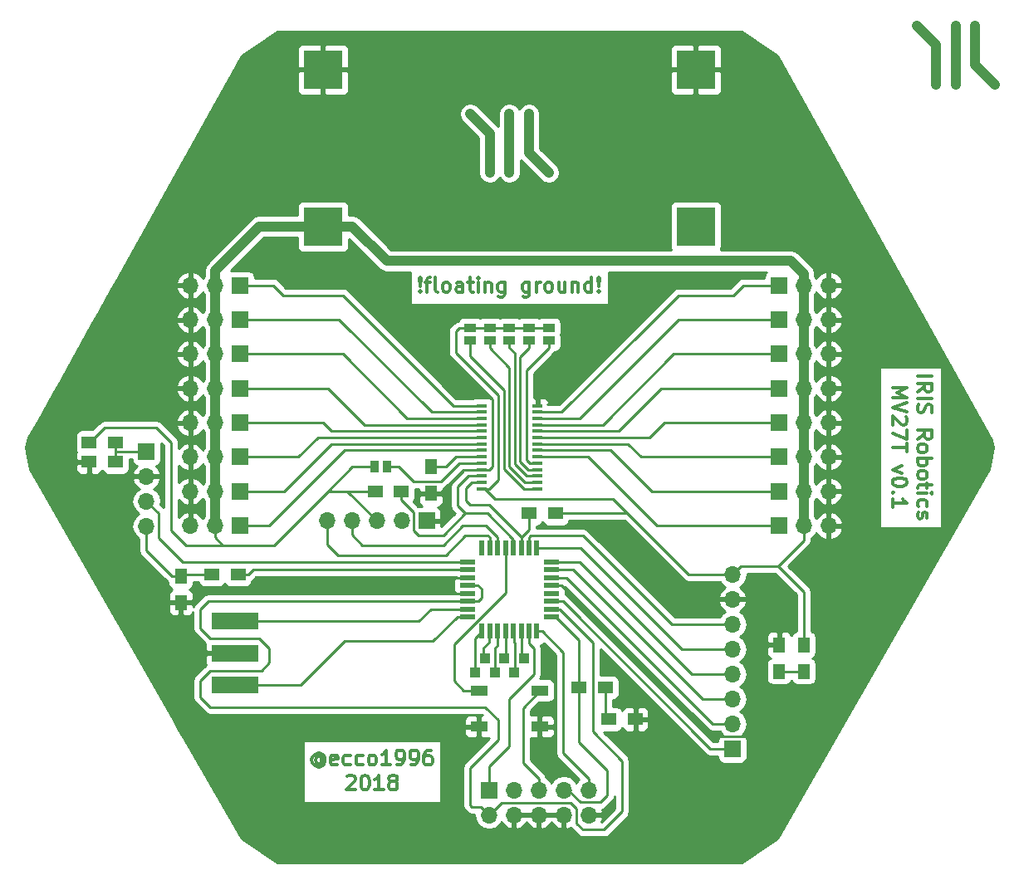
<source format=gtl>
%TF.GenerationSoftware,KiCad,Pcbnew,4.0.7*%
%TF.CreationDate,2018-01-17T20:37:36+02:00*%
%TF.ProjectId,BrainDamage,427261696E44616D6167652E6B696361,rev?*%
%TF.FileFunction,Copper,L1,Top,Signal*%
%FSLAX46Y46*%
G04 Gerber Fmt 4.6, Leading zero omitted, Abs format (unit mm)*
G04 Created by KiCad (PCBNEW 4.0.7) date 01/17/18 20:37:36*
%MOMM*%
%LPD*%
G01*
G04 APERTURE LIST*
%ADD10C,0.100000*%
%ADD11C,0.300000*%
%ADD12R,1.700000X1.700000*%
%ADD13O,1.700000X1.700000*%
%ADD14R,1.600000X0.550000*%
%ADD15R,0.550000X1.600000*%
%ADD16R,1.300000X1.500000*%
%ADD17R,1.100000X0.400000*%
%ADD18R,1.800000X1.100000*%
%ADD19R,1.500000X1.300000*%
%ADD20R,1.000000X1.000000*%
%ADD21R,4.000000X4.000000*%
%ADD22R,0.970000X1.270000*%
%ADD23R,4.800000X1.750000*%
%ADD24R,1.270000X0.970000*%
%ADD25C,1.000000*%
%ADD26C,0.250000*%
%ADD27C,0.254000*%
G04 APERTURE END LIST*
D10*
D11*
X180857144Y-95189286D02*
X180785716Y-95117857D01*
X180642859Y-95046429D01*
X180500001Y-95046429D01*
X180357144Y-95117857D01*
X180285716Y-95189286D01*
X180214287Y-95332143D01*
X180214287Y-95475000D01*
X180285716Y-95617857D01*
X180357144Y-95689286D01*
X180500001Y-95760714D01*
X180642859Y-95760714D01*
X180785716Y-95689286D01*
X180857144Y-95617857D01*
X180857144Y-95046429D02*
X180857144Y-95617857D01*
X180928573Y-95689286D01*
X181000001Y-95689286D01*
X181142859Y-95617857D01*
X181214287Y-95475000D01*
X181214287Y-95117857D01*
X181071430Y-94903571D01*
X180857144Y-94760714D01*
X180571430Y-94689286D01*
X180285716Y-94760714D01*
X180071430Y-94903571D01*
X179928573Y-95117857D01*
X179857144Y-95403571D01*
X179928573Y-95689286D01*
X180071430Y-95903571D01*
X180285716Y-96046429D01*
X180571430Y-96117857D01*
X180857144Y-96046429D01*
X181071430Y-95903571D01*
X182428572Y-95832143D02*
X182285715Y-95903571D01*
X182000001Y-95903571D01*
X181857144Y-95832143D01*
X181785715Y-95689286D01*
X181785715Y-95117857D01*
X181857144Y-94975000D01*
X182000001Y-94903571D01*
X182285715Y-94903571D01*
X182428572Y-94975000D01*
X182500001Y-95117857D01*
X182500001Y-95260714D01*
X181785715Y-95403571D01*
X183785715Y-95832143D02*
X183642858Y-95903571D01*
X183357144Y-95903571D01*
X183214286Y-95832143D01*
X183142858Y-95760714D01*
X183071429Y-95617857D01*
X183071429Y-95189286D01*
X183142858Y-95046429D01*
X183214286Y-94975000D01*
X183357144Y-94903571D01*
X183642858Y-94903571D01*
X183785715Y-94975000D01*
X185071429Y-95832143D02*
X184928572Y-95903571D01*
X184642858Y-95903571D01*
X184500000Y-95832143D01*
X184428572Y-95760714D01*
X184357143Y-95617857D01*
X184357143Y-95189286D01*
X184428572Y-95046429D01*
X184500000Y-94975000D01*
X184642858Y-94903571D01*
X184928572Y-94903571D01*
X185071429Y-94975000D01*
X185928572Y-95903571D02*
X185785714Y-95832143D01*
X185714286Y-95760714D01*
X185642857Y-95617857D01*
X185642857Y-95189286D01*
X185714286Y-95046429D01*
X185785714Y-94975000D01*
X185928572Y-94903571D01*
X186142857Y-94903571D01*
X186285714Y-94975000D01*
X186357143Y-95046429D01*
X186428572Y-95189286D01*
X186428572Y-95617857D01*
X186357143Y-95760714D01*
X186285714Y-95832143D01*
X186142857Y-95903571D01*
X185928572Y-95903571D01*
X187857143Y-95903571D02*
X187000000Y-95903571D01*
X187428572Y-95903571D02*
X187428572Y-94403571D01*
X187285715Y-94617857D01*
X187142857Y-94760714D01*
X187000000Y-94832143D01*
X188571428Y-95903571D02*
X188857143Y-95903571D01*
X189000000Y-95832143D01*
X189071428Y-95760714D01*
X189214286Y-95546429D01*
X189285714Y-95260714D01*
X189285714Y-94689286D01*
X189214286Y-94546429D01*
X189142857Y-94475000D01*
X189000000Y-94403571D01*
X188714286Y-94403571D01*
X188571428Y-94475000D01*
X188500000Y-94546429D01*
X188428571Y-94689286D01*
X188428571Y-95046429D01*
X188500000Y-95189286D01*
X188571428Y-95260714D01*
X188714286Y-95332143D01*
X189000000Y-95332143D01*
X189142857Y-95260714D01*
X189214286Y-95189286D01*
X189285714Y-95046429D01*
X189999999Y-95903571D02*
X190285714Y-95903571D01*
X190428571Y-95832143D01*
X190499999Y-95760714D01*
X190642857Y-95546429D01*
X190714285Y-95260714D01*
X190714285Y-94689286D01*
X190642857Y-94546429D01*
X190571428Y-94475000D01*
X190428571Y-94403571D01*
X190142857Y-94403571D01*
X189999999Y-94475000D01*
X189928571Y-94546429D01*
X189857142Y-94689286D01*
X189857142Y-95046429D01*
X189928571Y-95189286D01*
X189999999Y-95260714D01*
X190142857Y-95332143D01*
X190428571Y-95332143D01*
X190571428Y-95260714D01*
X190642857Y-95189286D01*
X190714285Y-95046429D01*
X191999999Y-94403571D02*
X191714285Y-94403571D01*
X191571428Y-94475000D01*
X191499999Y-94546429D01*
X191357142Y-94760714D01*
X191285713Y-95046429D01*
X191285713Y-95617857D01*
X191357142Y-95760714D01*
X191428570Y-95832143D01*
X191571428Y-95903571D01*
X191857142Y-95903571D01*
X191999999Y-95832143D01*
X192071428Y-95760714D01*
X192142856Y-95617857D01*
X192142856Y-95260714D01*
X192071428Y-95117857D01*
X191999999Y-95046429D01*
X191857142Y-94975000D01*
X191571428Y-94975000D01*
X191428570Y-95046429D01*
X191357142Y-95117857D01*
X191285713Y-95260714D01*
X183428572Y-97096429D02*
X183500001Y-97025000D01*
X183642858Y-96953571D01*
X184000001Y-96953571D01*
X184142858Y-97025000D01*
X184214287Y-97096429D01*
X184285715Y-97239286D01*
X184285715Y-97382143D01*
X184214287Y-97596429D01*
X183357144Y-98453571D01*
X184285715Y-98453571D01*
X185214286Y-96953571D02*
X185357143Y-96953571D01*
X185500000Y-97025000D01*
X185571429Y-97096429D01*
X185642858Y-97239286D01*
X185714286Y-97525000D01*
X185714286Y-97882143D01*
X185642858Y-98167857D01*
X185571429Y-98310714D01*
X185500000Y-98382143D01*
X185357143Y-98453571D01*
X185214286Y-98453571D01*
X185071429Y-98382143D01*
X185000000Y-98310714D01*
X184928572Y-98167857D01*
X184857143Y-97882143D01*
X184857143Y-97525000D01*
X184928572Y-97239286D01*
X185000000Y-97096429D01*
X185071429Y-97025000D01*
X185214286Y-96953571D01*
X187142857Y-98453571D02*
X186285714Y-98453571D01*
X186714286Y-98453571D02*
X186714286Y-96953571D01*
X186571429Y-97167857D01*
X186428571Y-97310714D01*
X186285714Y-97382143D01*
X188000000Y-97596429D02*
X187857142Y-97525000D01*
X187785714Y-97453571D01*
X187714285Y-97310714D01*
X187714285Y-97239286D01*
X187785714Y-97096429D01*
X187857142Y-97025000D01*
X188000000Y-96953571D01*
X188285714Y-96953571D01*
X188428571Y-97025000D01*
X188500000Y-97096429D01*
X188571428Y-97239286D01*
X188571428Y-97310714D01*
X188500000Y-97453571D01*
X188428571Y-97525000D01*
X188285714Y-97596429D01*
X188000000Y-97596429D01*
X187857142Y-97667857D01*
X187785714Y-97739286D01*
X187714285Y-97882143D01*
X187714285Y-98167857D01*
X187785714Y-98310714D01*
X187857142Y-98382143D01*
X188000000Y-98453571D01*
X188285714Y-98453571D01*
X188428571Y-98382143D01*
X188500000Y-98310714D01*
X188571428Y-98167857D01*
X188571428Y-97882143D01*
X188500000Y-97739286D01*
X188428571Y-97667857D01*
X188285714Y-97596429D01*
X241596429Y-56285714D02*
X243096429Y-56285714D01*
X241596429Y-57857143D02*
X242310714Y-57357143D01*
X241596429Y-57000000D02*
X243096429Y-57000000D01*
X243096429Y-57571428D01*
X243025000Y-57714286D01*
X242953571Y-57785714D01*
X242810714Y-57857143D01*
X242596429Y-57857143D01*
X242453571Y-57785714D01*
X242382143Y-57714286D01*
X242310714Y-57571428D01*
X242310714Y-57000000D01*
X241596429Y-58500000D02*
X243096429Y-58500000D01*
X241667857Y-59142857D02*
X241596429Y-59357143D01*
X241596429Y-59714286D01*
X241667857Y-59857143D01*
X241739286Y-59928572D01*
X241882143Y-60000000D01*
X242025000Y-60000000D01*
X242167857Y-59928572D01*
X242239286Y-59857143D01*
X242310714Y-59714286D01*
X242382143Y-59428572D01*
X242453571Y-59285714D01*
X242525000Y-59214286D01*
X242667857Y-59142857D01*
X242810714Y-59142857D01*
X242953571Y-59214286D01*
X243025000Y-59285714D01*
X243096429Y-59428572D01*
X243096429Y-59785714D01*
X243025000Y-60000000D01*
X241596429Y-62642857D02*
X242310714Y-62142857D01*
X241596429Y-61785714D02*
X243096429Y-61785714D01*
X243096429Y-62357142D01*
X243025000Y-62500000D01*
X242953571Y-62571428D01*
X242810714Y-62642857D01*
X242596429Y-62642857D01*
X242453571Y-62571428D01*
X242382143Y-62500000D01*
X242310714Y-62357142D01*
X242310714Y-61785714D01*
X241596429Y-63500000D02*
X241667857Y-63357142D01*
X241739286Y-63285714D01*
X241882143Y-63214285D01*
X242310714Y-63214285D01*
X242453571Y-63285714D01*
X242525000Y-63357142D01*
X242596429Y-63500000D01*
X242596429Y-63714285D01*
X242525000Y-63857142D01*
X242453571Y-63928571D01*
X242310714Y-64000000D01*
X241882143Y-64000000D01*
X241739286Y-63928571D01*
X241667857Y-63857142D01*
X241596429Y-63714285D01*
X241596429Y-63500000D01*
X241596429Y-64642857D02*
X243096429Y-64642857D01*
X242525000Y-64642857D02*
X242596429Y-64785714D01*
X242596429Y-65071428D01*
X242525000Y-65214285D01*
X242453571Y-65285714D01*
X242310714Y-65357143D01*
X241882143Y-65357143D01*
X241739286Y-65285714D01*
X241667857Y-65214285D01*
X241596429Y-65071428D01*
X241596429Y-64785714D01*
X241667857Y-64642857D01*
X241596429Y-66214286D02*
X241667857Y-66071428D01*
X241739286Y-66000000D01*
X241882143Y-65928571D01*
X242310714Y-65928571D01*
X242453571Y-66000000D01*
X242525000Y-66071428D01*
X242596429Y-66214286D01*
X242596429Y-66428571D01*
X242525000Y-66571428D01*
X242453571Y-66642857D01*
X242310714Y-66714286D01*
X241882143Y-66714286D01*
X241739286Y-66642857D01*
X241667857Y-66571428D01*
X241596429Y-66428571D01*
X241596429Y-66214286D01*
X242596429Y-67142857D02*
X242596429Y-67714286D01*
X243096429Y-67357143D02*
X241810714Y-67357143D01*
X241667857Y-67428571D01*
X241596429Y-67571429D01*
X241596429Y-67714286D01*
X241596429Y-68214286D02*
X242596429Y-68214286D01*
X243096429Y-68214286D02*
X243025000Y-68142857D01*
X242953571Y-68214286D01*
X243025000Y-68285714D01*
X243096429Y-68214286D01*
X242953571Y-68214286D01*
X241667857Y-69571429D02*
X241596429Y-69428572D01*
X241596429Y-69142858D01*
X241667857Y-69000000D01*
X241739286Y-68928572D01*
X241882143Y-68857143D01*
X242310714Y-68857143D01*
X242453571Y-68928572D01*
X242525000Y-69000000D01*
X242596429Y-69142858D01*
X242596429Y-69428572D01*
X242525000Y-69571429D01*
X241667857Y-70142857D02*
X241596429Y-70285714D01*
X241596429Y-70571429D01*
X241667857Y-70714286D01*
X241810714Y-70785714D01*
X241882143Y-70785714D01*
X242025000Y-70714286D01*
X242096429Y-70571429D01*
X242096429Y-70357143D01*
X242167857Y-70214286D01*
X242310714Y-70142857D01*
X242382143Y-70142857D01*
X242525000Y-70214286D01*
X242596429Y-70357143D01*
X242596429Y-70571429D01*
X242525000Y-70714286D01*
X239046429Y-57428573D02*
X240546429Y-57428573D01*
X239475000Y-57928573D01*
X240546429Y-58428573D01*
X239046429Y-58428573D01*
X240546429Y-58928573D02*
X239046429Y-59428573D01*
X240546429Y-59928573D01*
X240403571Y-60357144D02*
X240475000Y-60428573D01*
X240546429Y-60571430D01*
X240546429Y-60928573D01*
X240475000Y-61071430D01*
X240403571Y-61142859D01*
X240260714Y-61214287D01*
X240117857Y-61214287D01*
X239903571Y-61142859D01*
X239046429Y-60285716D01*
X239046429Y-61214287D01*
X240546429Y-61714287D02*
X240546429Y-62714287D01*
X239046429Y-62071430D01*
X240546429Y-63071429D02*
X240546429Y-63928572D01*
X239046429Y-63500001D02*
X240546429Y-63500001D01*
X240046429Y-65428572D02*
X239046429Y-65785715D01*
X240046429Y-66142857D01*
X240546429Y-67000000D02*
X240546429Y-67142857D01*
X240475000Y-67285714D01*
X240403571Y-67357143D01*
X240260714Y-67428572D01*
X239975000Y-67500000D01*
X239617857Y-67500000D01*
X239332143Y-67428572D01*
X239189286Y-67357143D01*
X239117857Y-67285714D01*
X239046429Y-67142857D01*
X239046429Y-67000000D01*
X239117857Y-66857143D01*
X239189286Y-66785714D01*
X239332143Y-66714286D01*
X239617857Y-66642857D01*
X239975000Y-66642857D01*
X240260714Y-66714286D01*
X240403571Y-66785714D01*
X240475000Y-66857143D01*
X240546429Y-67000000D01*
X239189286Y-68142857D02*
X239117857Y-68214285D01*
X239046429Y-68142857D01*
X239117857Y-68071428D01*
X239189286Y-68142857D01*
X239046429Y-68142857D01*
X239046429Y-69642857D02*
X239046429Y-68785714D01*
X239046429Y-69214286D02*
X240546429Y-69214286D01*
X240332143Y-69071429D01*
X240189286Y-68928571D01*
X240117857Y-68785714D01*
X190892857Y-47535714D02*
X190964285Y-47607143D01*
X190892857Y-47678571D01*
X190821428Y-47607143D01*
X190892857Y-47535714D01*
X190892857Y-47678571D01*
X190892857Y-47107143D02*
X190821428Y-46250000D01*
X190892857Y-46178571D01*
X190964285Y-46250000D01*
X190892857Y-47107143D01*
X190892857Y-46178571D01*
X191392857Y-46678571D02*
X191964286Y-46678571D01*
X191607143Y-47678571D02*
X191607143Y-46392857D01*
X191678571Y-46250000D01*
X191821429Y-46178571D01*
X191964286Y-46178571D01*
X192678572Y-47678571D02*
X192535714Y-47607143D01*
X192464286Y-47464286D01*
X192464286Y-46178571D01*
X193464286Y-47678571D02*
X193321428Y-47607143D01*
X193250000Y-47535714D01*
X193178571Y-47392857D01*
X193178571Y-46964286D01*
X193250000Y-46821429D01*
X193321428Y-46750000D01*
X193464286Y-46678571D01*
X193678571Y-46678571D01*
X193821428Y-46750000D01*
X193892857Y-46821429D01*
X193964286Y-46964286D01*
X193964286Y-47392857D01*
X193892857Y-47535714D01*
X193821428Y-47607143D01*
X193678571Y-47678571D01*
X193464286Y-47678571D01*
X195250000Y-47678571D02*
X195250000Y-46892857D01*
X195178571Y-46750000D01*
X195035714Y-46678571D01*
X194750000Y-46678571D01*
X194607143Y-46750000D01*
X195250000Y-47607143D02*
X195107143Y-47678571D01*
X194750000Y-47678571D01*
X194607143Y-47607143D01*
X194535714Y-47464286D01*
X194535714Y-47321429D01*
X194607143Y-47178571D01*
X194750000Y-47107143D01*
X195107143Y-47107143D01*
X195250000Y-47035714D01*
X195750000Y-46678571D02*
X196321429Y-46678571D01*
X195964286Y-46178571D02*
X195964286Y-47464286D01*
X196035714Y-47607143D01*
X196178572Y-47678571D01*
X196321429Y-47678571D01*
X196821429Y-47678571D02*
X196821429Y-46678571D01*
X196821429Y-46178571D02*
X196750000Y-46250000D01*
X196821429Y-46321429D01*
X196892857Y-46250000D01*
X196821429Y-46178571D01*
X196821429Y-46321429D01*
X197535715Y-46678571D02*
X197535715Y-47678571D01*
X197535715Y-46821429D02*
X197607143Y-46750000D01*
X197750001Y-46678571D01*
X197964286Y-46678571D01*
X198107143Y-46750000D01*
X198178572Y-46892857D01*
X198178572Y-47678571D01*
X199535715Y-46678571D02*
X199535715Y-47892857D01*
X199464286Y-48035714D01*
X199392858Y-48107143D01*
X199250001Y-48178571D01*
X199035715Y-48178571D01*
X198892858Y-48107143D01*
X199535715Y-47607143D02*
X199392858Y-47678571D01*
X199107144Y-47678571D01*
X198964286Y-47607143D01*
X198892858Y-47535714D01*
X198821429Y-47392857D01*
X198821429Y-46964286D01*
X198892858Y-46821429D01*
X198964286Y-46750000D01*
X199107144Y-46678571D01*
X199392858Y-46678571D01*
X199535715Y-46750000D01*
X202035715Y-46678571D02*
X202035715Y-47892857D01*
X201964286Y-48035714D01*
X201892858Y-48107143D01*
X201750001Y-48178571D01*
X201535715Y-48178571D01*
X201392858Y-48107143D01*
X202035715Y-47607143D02*
X201892858Y-47678571D01*
X201607144Y-47678571D01*
X201464286Y-47607143D01*
X201392858Y-47535714D01*
X201321429Y-47392857D01*
X201321429Y-46964286D01*
X201392858Y-46821429D01*
X201464286Y-46750000D01*
X201607144Y-46678571D01*
X201892858Y-46678571D01*
X202035715Y-46750000D01*
X202750001Y-47678571D02*
X202750001Y-46678571D01*
X202750001Y-46964286D02*
X202821429Y-46821429D01*
X202892858Y-46750000D01*
X203035715Y-46678571D01*
X203178572Y-46678571D01*
X203892858Y-47678571D02*
X203750000Y-47607143D01*
X203678572Y-47535714D01*
X203607143Y-47392857D01*
X203607143Y-46964286D01*
X203678572Y-46821429D01*
X203750000Y-46750000D01*
X203892858Y-46678571D01*
X204107143Y-46678571D01*
X204250000Y-46750000D01*
X204321429Y-46821429D01*
X204392858Y-46964286D01*
X204392858Y-47392857D01*
X204321429Y-47535714D01*
X204250000Y-47607143D01*
X204107143Y-47678571D01*
X203892858Y-47678571D01*
X205678572Y-46678571D02*
X205678572Y-47678571D01*
X205035715Y-46678571D02*
X205035715Y-47464286D01*
X205107143Y-47607143D01*
X205250001Y-47678571D01*
X205464286Y-47678571D01*
X205607143Y-47607143D01*
X205678572Y-47535714D01*
X206392858Y-46678571D02*
X206392858Y-47678571D01*
X206392858Y-46821429D02*
X206464286Y-46750000D01*
X206607144Y-46678571D01*
X206821429Y-46678571D01*
X206964286Y-46750000D01*
X207035715Y-46892857D01*
X207035715Y-47678571D01*
X208392858Y-47678571D02*
X208392858Y-46178571D01*
X208392858Y-47607143D02*
X208250001Y-47678571D01*
X207964287Y-47678571D01*
X207821429Y-47607143D01*
X207750001Y-47535714D01*
X207678572Y-47392857D01*
X207678572Y-46964286D01*
X207750001Y-46821429D01*
X207821429Y-46750000D01*
X207964287Y-46678571D01*
X208250001Y-46678571D01*
X208392858Y-46750000D01*
X209107144Y-47535714D02*
X209178572Y-47607143D01*
X209107144Y-47678571D01*
X209035715Y-47607143D01*
X209107144Y-47535714D01*
X209107144Y-47678571D01*
X209107144Y-47107143D02*
X209035715Y-46250000D01*
X209107144Y-46178571D01*
X209178572Y-46250000D01*
X209107144Y-47107143D01*
X209107144Y-46178571D01*
D12*
X197920000Y-98460000D03*
D13*
X197920000Y-101000000D03*
X200460000Y-98460000D03*
X200460000Y-101000000D03*
X203000000Y-98460000D03*
X203000000Y-101000000D03*
X205540000Y-98460000D03*
X205540000Y-101000000D03*
X208080000Y-98460000D03*
X208080000Y-101000000D03*
D14*
X195750000Y-75200000D03*
X195750000Y-76000000D03*
X195750000Y-76800000D03*
X195750000Y-77600000D03*
X195750000Y-78400000D03*
X195750000Y-79200000D03*
X195750000Y-80000000D03*
X195750000Y-80800000D03*
D15*
X197200000Y-82250000D03*
X198000000Y-82250000D03*
X198800000Y-82250000D03*
X199600000Y-82250000D03*
X200400000Y-82250000D03*
X201200000Y-82250000D03*
X202000000Y-82250000D03*
X202800000Y-82250000D03*
D14*
X204250000Y-80800000D03*
X204250000Y-80000000D03*
X204250000Y-79200000D03*
X204250000Y-78400000D03*
X204250000Y-77600000D03*
X204250000Y-76800000D03*
X204250000Y-76000000D03*
X204250000Y-75200000D03*
D15*
X202800000Y-73750000D03*
X202000000Y-73750000D03*
X201200000Y-73750000D03*
X200400000Y-73750000D03*
X199600000Y-73750000D03*
X198800000Y-73750000D03*
X198000000Y-73750000D03*
X197200000Y-73750000D03*
D12*
X227460000Y-57500000D03*
D13*
X230000000Y-57500000D03*
X232540000Y-57500000D03*
D12*
X227460000Y-64500000D03*
D13*
X230000000Y-64500000D03*
X232540000Y-64500000D03*
D12*
X227460000Y-61000000D03*
D13*
X230000000Y-61000000D03*
X232540000Y-61000000D03*
D12*
X227460000Y-68000000D03*
D13*
X230000000Y-68000000D03*
X232540000Y-68000000D03*
D12*
X227460000Y-54000000D03*
D13*
X230000000Y-54000000D03*
X232540000Y-54000000D03*
D12*
X227460000Y-71500000D03*
D13*
X230000000Y-71500000D03*
X232540000Y-71500000D03*
D12*
X227460000Y-50500000D03*
D13*
X230000000Y-50500000D03*
X232540000Y-50500000D03*
D12*
X227460000Y-47000000D03*
D13*
X230000000Y-47000000D03*
X232540000Y-47000000D03*
D12*
X191580000Y-71000000D03*
D13*
X189040000Y-71000000D03*
X186500000Y-71000000D03*
X183960000Y-71000000D03*
X181420000Y-71000000D03*
D16*
X192000000Y-68200000D03*
X192000000Y-65500000D03*
D17*
X197150000Y-67725000D03*
X197150000Y-67075000D03*
X197150000Y-66425000D03*
X197150000Y-65775000D03*
X197150000Y-65125000D03*
X197150000Y-64475000D03*
X197150000Y-63825000D03*
X197150000Y-63175000D03*
X197150000Y-62525000D03*
X197150000Y-61875000D03*
X197150000Y-61225000D03*
X197150000Y-60575000D03*
X197150000Y-59925000D03*
X197150000Y-59275000D03*
X202850000Y-59275000D03*
X202850000Y-59925000D03*
X202850000Y-60575000D03*
X202850000Y-61225000D03*
X202850000Y-61875000D03*
X202850000Y-62525000D03*
X202850000Y-63175000D03*
X202850000Y-63825000D03*
X202850000Y-64475000D03*
X202850000Y-65125000D03*
X202850000Y-65775000D03*
X202850000Y-66425000D03*
X202850000Y-67075000D03*
X202850000Y-67725000D03*
D18*
X196900000Y-88300000D03*
X203100000Y-88300000D03*
X196900000Y-92000000D03*
X203100000Y-92000000D03*
D16*
X227500000Y-83650000D03*
X227500000Y-86350000D03*
X230000000Y-86350000D03*
X230000000Y-83650000D03*
D19*
X212850000Y-91250000D03*
X210150000Y-91250000D03*
X209800000Y-88000000D03*
X207100000Y-88000000D03*
D20*
X200500000Y-86500000D03*
X199500000Y-85000000D03*
X198500000Y-86500000D03*
X197500000Y-85000000D03*
X201500000Y-85000000D03*
X196500000Y-86500000D03*
D21*
X181000000Y-25000000D03*
X181000000Y-41000000D03*
X219000000Y-41000000D03*
X219000000Y-25000000D03*
D22*
X186220000Y-65500000D03*
X187500000Y-65500000D03*
D19*
X204700000Y-70250000D03*
X202000000Y-70250000D03*
X186300000Y-68000000D03*
X189000000Y-68000000D03*
D23*
X172000000Y-87750000D03*
X172000000Y-84500000D03*
X172000000Y-81250000D03*
D24*
X196000000Y-51360000D03*
X196000000Y-52640000D03*
X198000000Y-51360000D03*
X198000000Y-52640000D03*
X200000000Y-51360000D03*
X200000000Y-52640000D03*
X202000000Y-51360000D03*
X202000000Y-52640000D03*
X204000000Y-51360000D03*
X204000000Y-52640000D03*
D12*
X172540000Y-71500000D03*
D13*
X170000000Y-71500000D03*
X167460000Y-71500000D03*
D12*
X222740000Y-94250000D03*
D13*
X222740000Y-91710000D03*
X222740000Y-89170000D03*
X222740000Y-86630000D03*
X222740000Y-84090000D03*
X222740000Y-81550000D03*
X222740000Y-79010000D03*
X222740000Y-76470000D03*
D12*
X172540000Y-68000000D03*
D13*
X170000000Y-68000000D03*
X167460000Y-68000000D03*
D12*
X172540000Y-64500000D03*
D13*
X170000000Y-64500000D03*
X167460000Y-64500000D03*
D12*
X172540000Y-61000000D03*
D13*
X170000000Y-61000000D03*
X167460000Y-61000000D03*
D12*
X172540000Y-57500000D03*
D13*
X170000000Y-57500000D03*
X167460000Y-57500000D03*
D12*
X172540000Y-54000000D03*
D13*
X170000000Y-54000000D03*
X167460000Y-54000000D03*
D12*
X172540000Y-50500000D03*
D13*
X170000000Y-50500000D03*
X167460000Y-50500000D03*
D12*
X172540000Y-47000000D03*
D13*
X170000000Y-47000000D03*
X167460000Y-47000000D03*
D12*
X163000000Y-63920000D03*
D13*
X163000000Y-66460000D03*
X163000000Y-69000000D03*
X163000000Y-71540000D03*
D19*
X157150000Y-63000000D03*
X159850000Y-63000000D03*
X169650000Y-76500000D03*
X172350000Y-76500000D03*
X157150000Y-65000000D03*
X159850000Y-65000000D03*
D16*
X166500000Y-79350000D03*
X166500000Y-76650000D03*
D25*
X243500000Y-26500000D02*
X243500000Y-23500000D01*
X247500000Y-24500000D02*
X247500000Y-20500000D01*
X245500000Y-20500000D02*
X245500000Y-26500000D01*
X243500000Y-23500000D02*
X243500000Y-22500000D01*
X249500000Y-26500000D02*
X247500000Y-24500000D01*
X243500000Y-22500000D02*
X241500000Y-20500000D01*
X198000000Y-31500000D02*
X196000000Y-29500000D01*
X198000000Y-32500000D02*
X198000000Y-31500000D01*
X198000000Y-35500000D02*
X198000000Y-32500000D01*
X200000000Y-29500000D02*
X200000000Y-35500000D01*
X202000000Y-33500000D02*
X202000000Y-29500000D01*
X204000000Y-35500000D02*
X202000000Y-33500000D01*
D26*
X197150000Y-65775000D02*
X197950000Y-65775000D01*
X207000000Y-49277326D02*
X207000000Y-52750000D01*
X207000000Y-52750000D02*
X202850000Y-56900000D01*
X202850000Y-56900000D02*
X202850000Y-59275000D01*
X197950000Y-65775000D02*
X198264788Y-65460212D01*
X198264788Y-65460212D02*
X198264788Y-58605220D01*
X198264788Y-58605220D02*
X193000000Y-53340432D01*
X193000000Y-53340432D02*
X193000000Y-50065931D01*
X193000000Y-50065931D02*
X192997263Y-50063194D01*
X192997263Y-50063194D02*
X193783131Y-49277326D01*
X193783131Y-49277326D02*
X207000000Y-49277326D01*
X195750000Y-76800000D02*
X191700000Y-76800000D01*
X191700000Y-76800000D02*
X191500000Y-77000000D01*
X191500000Y-77000000D02*
X191500000Y-78000000D01*
X191500000Y-78000000D02*
X191900000Y-78400000D01*
X191900000Y-78400000D02*
X195750000Y-78400000D01*
X227380000Y-83650000D02*
X227500000Y-83650000D01*
X204250000Y-77600000D02*
X205300000Y-77600000D01*
X205300000Y-77600000D02*
X220700000Y-93000000D01*
X220700000Y-93000000D02*
X225750000Y-93000000D01*
X191580000Y-68620000D02*
X192000000Y-68200000D01*
X192080000Y-68280000D02*
X192000000Y-68200000D01*
X192000000Y-68200000D02*
X192900000Y-68200000D01*
X192900000Y-68200000D02*
X195325000Y-65775000D01*
X195325000Y-65775000D02*
X196350000Y-65775000D01*
X196350000Y-65775000D02*
X197150000Y-65775000D01*
X197150000Y-65775000D02*
X197150000Y-65799999D01*
X203000000Y-98500000D02*
X203000000Y-97297919D01*
X203000000Y-97297919D02*
X201396781Y-95694700D01*
X201396781Y-95694700D02*
X201396781Y-90081041D01*
X201396781Y-90081041D02*
X203123536Y-88354286D01*
X199600000Y-73750000D02*
X199600000Y-78369998D01*
X199600000Y-78369998D02*
X194346008Y-83623990D01*
X194346008Y-83623990D02*
X194346008Y-87346008D01*
X194346008Y-87346008D02*
X195300000Y-88300000D01*
X195300000Y-88300000D02*
X196900000Y-88300000D01*
X202000000Y-82250000D02*
X202000000Y-83500000D01*
X202000000Y-83500000D02*
X202500000Y-84000000D01*
X202500000Y-84000000D02*
X202500000Y-86683805D01*
X202500000Y-86683805D02*
X199985750Y-89198055D01*
X199985750Y-89198055D02*
X199985750Y-94014250D01*
X199985750Y-94014250D02*
X197920000Y-96080000D01*
X197920000Y-96080000D02*
X197920000Y-97400000D01*
X197920000Y-97400000D02*
X197920000Y-98500000D01*
X204250000Y-80800000D02*
X204725102Y-80800000D01*
X204725102Y-80800000D02*
X207100000Y-83174898D01*
X207100000Y-83174898D02*
X207100000Y-88000000D01*
X207100000Y-91500000D02*
X207100000Y-93600000D01*
X207244642Y-99725001D02*
X206019641Y-98500000D01*
X207100000Y-93600000D02*
X210000000Y-96500000D01*
X210000000Y-96500000D02*
X210000000Y-99000000D01*
X210000000Y-99000000D02*
X209274999Y-99725001D01*
X209274999Y-99725001D02*
X207244642Y-99725001D01*
X206019641Y-98500000D02*
X205540000Y-98500000D01*
X207100000Y-88000000D02*
X207100000Y-91500000D01*
X207100000Y-91500000D02*
X207100000Y-91994554D01*
X207050000Y-87950000D02*
X207100000Y-88000000D01*
X208080000Y-98500000D02*
X208080000Y-97297919D01*
X208080000Y-97297919D02*
X205500000Y-94717919D01*
X205500000Y-94717919D02*
X205500000Y-84425000D01*
X202800000Y-82250000D02*
X203325000Y-82250000D01*
X203325000Y-82250000D02*
X205500000Y-84425000D01*
X227500000Y-86350000D02*
X228400000Y-86350000D01*
X228400000Y-86350000D02*
X230000000Y-86350000D01*
X198000000Y-73750000D02*
X198000000Y-72700000D01*
X198000000Y-72700000D02*
X197800000Y-72500000D01*
X193500000Y-74500000D02*
X182500000Y-74500000D01*
X182500000Y-74500000D02*
X181420000Y-73420000D01*
X181420000Y-73420000D02*
X181420000Y-71000000D01*
X197800000Y-72500000D02*
X195500000Y-72500000D01*
X195500000Y-72500000D02*
X193500000Y-74500000D01*
X198800000Y-73750000D02*
X198800000Y-72700000D01*
X198800000Y-72700000D02*
X197600000Y-71500000D01*
X197600000Y-71500000D02*
X195250000Y-71500000D01*
X195250000Y-71500000D02*
X193250000Y-73500000D01*
X193250000Y-73500000D02*
X185000000Y-73500000D01*
X185000000Y-73500000D02*
X183960000Y-72460000D01*
X183960000Y-72460000D02*
X183960000Y-71000000D01*
X189000000Y-68000000D02*
X189000000Y-68900000D01*
X189000000Y-68900000D02*
X190265001Y-70165001D01*
X190265001Y-70165001D02*
X190265001Y-71984999D01*
X190265001Y-71984999D02*
X190780002Y-72500000D01*
X193250000Y-72500000D02*
X195500000Y-70250000D01*
X190780002Y-72500000D02*
X193250000Y-72500000D01*
X200400000Y-73750000D02*
X200400000Y-72900000D01*
X200400000Y-72900000D02*
X197750000Y-70250000D01*
X197750000Y-70250000D02*
X195500000Y-70250000D01*
X195500000Y-70250000D02*
X194750000Y-69500000D01*
X194750000Y-69500000D02*
X194750000Y-67500000D01*
X194750000Y-67500000D02*
X195825000Y-66425000D01*
X195825000Y-66425000D02*
X196350000Y-66425000D01*
X196350000Y-66425000D02*
X197150000Y-66425000D01*
X197150000Y-67075000D02*
X196175000Y-67075000D01*
X196175000Y-67075000D02*
X195559389Y-67690611D01*
X195559389Y-67690611D02*
X195559389Y-68987963D01*
X195559389Y-68987963D02*
X195971426Y-69400000D01*
X195971426Y-69400000D02*
X197900000Y-69400000D01*
X197900000Y-69400000D02*
X201200000Y-72700000D01*
X201200000Y-72700000D02*
X202000000Y-71900000D01*
X202000000Y-71900000D02*
X202000000Y-70250000D01*
X201200000Y-72700000D02*
X201200000Y-73750000D01*
X202000000Y-52640000D02*
X202000000Y-53375000D01*
X202000000Y-53375000D02*
X201101260Y-54273740D01*
X201101260Y-54273740D02*
X201101260Y-64954091D01*
X201101260Y-64954091D02*
X201922169Y-65775000D01*
X201922169Y-65775000D02*
X202050000Y-65775000D01*
X202050000Y-65775000D02*
X202850000Y-65775000D01*
X202850000Y-66425000D02*
X201729332Y-66425000D01*
X201729332Y-66425000D02*
X200541070Y-65236738D01*
X200541070Y-65236738D02*
X200541070Y-53916070D01*
X200541070Y-53916070D02*
X200000000Y-53375000D01*
X200000000Y-53375000D02*
X200000000Y-52640000D01*
X202850000Y-67075000D02*
X201601499Y-67075000D01*
X201601499Y-67075000D02*
X199990539Y-65464040D01*
X199990539Y-65464040D02*
X199990539Y-55365539D01*
X199990539Y-55365539D02*
X198000000Y-53375000D01*
X198000000Y-53375000D02*
X198000000Y-52640000D01*
X201473666Y-67725000D02*
X199440007Y-65691341D01*
X202850000Y-67725000D02*
X201473666Y-67725000D01*
X199440007Y-65691341D02*
X199440007Y-57662174D01*
X199440007Y-57662174D02*
X196000000Y-54222167D01*
X196000000Y-54222167D02*
X196000000Y-53375000D01*
X196000000Y-53375000D02*
X196000000Y-52640000D01*
X196007306Y-52640000D02*
X196000000Y-52640000D01*
X222740000Y-91710000D02*
X220710000Y-91710000D01*
X220710000Y-91710000D02*
X205800000Y-76800000D01*
X205800000Y-76800000D02*
X204250000Y-76800000D01*
X204250000Y-76800000D02*
X205300000Y-76800000D01*
X204250000Y-76800000D02*
X204800000Y-76800000D01*
X222740000Y-94250000D02*
X220500000Y-94250000D01*
X220500000Y-94250000D02*
X205450000Y-79200000D01*
X205450000Y-79200000D02*
X204250000Y-79200000D01*
X181000000Y-68500000D02*
X181500000Y-68000000D01*
X181500000Y-68000000D02*
X184000000Y-65500000D01*
X182500000Y-68000000D02*
X181500000Y-68000000D01*
X184000000Y-65500000D02*
X186220000Y-65500000D01*
X170797919Y-73500000D02*
X176000000Y-73500000D01*
X176000000Y-73500000D02*
X181250000Y-68250000D01*
X157150000Y-63000000D02*
X157250000Y-63000000D01*
X157250000Y-63000000D02*
X158750000Y-61500000D01*
X158750000Y-61500000D02*
X164000000Y-61500000D01*
X164000000Y-61500000D02*
X165500000Y-63000000D01*
X165500000Y-63000000D02*
X165500000Y-72000000D01*
X165500000Y-72000000D02*
X167000000Y-73500000D01*
X167000000Y-73500000D02*
X170797919Y-73500000D01*
X170000000Y-72702081D02*
X170797919Y-73500000D01*
X168500000Y-80000000D02*
X168500000Y-82000000D01*
X169300000Y-79200000D02*
X168500000Y-80000000D01*
X195750000Y-79200000D02*
X169300000Y-79200000D01*
X169500000Y-83000000D02*
X174500000Y-83000000D01*
X168500000Y-82000000D02*
X169500000Y-83000000D01*
X174500000Y-83000000D02*
X175500000Y-84000000D01*
X206212164Y-99734821D02*
X206854999Y-100377656D01*
X206854999Y-100377656D02*
X206854999Y-101854999D01*
X206854999Y-101854999D02*
X207500000Y-102500000D01*
X175500000Y-85500000D02*
X174700002Y-86299998D01*
X175500000Y-84000000D02*
X175500000Y-85500000D01*
X169500000Y-86299998D02*
X168500000Y-87299998D01*
X174700002Y-86299998D02*
X169500000Y-86299998D01*
X169500000Y-90000000D02*
X197500000Y-90000000D01*
X168500000Y-89000000D02*
X169500000Y-90000000D01*
X168500000Y-87299998D02*
X168500000Y-89000000D01*
X197500000Y-90000000D02*
X198843040Y-91343040D01*
X198843040Y-93351760D02*
X196000000Y-96194800D01*
X198843040Y-91343040D02*
X198843040Y-93351760D01*
X208500000Y-83402759D02*
X205097241Y-80000000D01*
X196000000Y-96194800D02*
X196000000Y-100000000D01*
X196000000Y-100000000D02*
X196190001Y-100190001D01*
X196190001Y-100190001D02*
X197070001Y-100190001D01*
X197070001Y-100190001D02*
X197920000Y-101040000D01*
X197920000Y-101040000D02*
X199225179Y-99734821D01*
X199225179Y-99734821D02*
X206212164Y-99734821D01*
X207500000Y-102500000D02*
X209654654Y-102500000D01*
X209654654Y-102500000D02*
X211500000Y-100654654D01*
X211500000Y-100654654D02*
X211500000Y-95500000D01*
X211500000Y-95500000D02*
X208500000Y-92500000D01*
X208500000Y-92500000D02*
X208500000Y-83402759D01*
X205097241Y-80000000D02*
X204250000Y-80000000D01*
X230000000Y-83650000D02*
X230000000Y-78240002D01*
X230000000Y-78240002D02*
X227379999Y-75620001D01*
D25*
X230000000Y-47000000D02*
X230000000Y-71500000D01*
X181000000Y-41000000D02*
X184000000Y-41000000D01*
X184000000Y-41000000D02*
X187500000Y-44500000D01*
X187500000Y-44500000D02*
X228702081Y-44500000D01*
X228702081Y-44500000D02*
X230000000Y-45797919D01*
X230000000Y-45797919D02*
X230000000Y-47000000D01*
X171500000Y-44000000D02*
X171000000Y-44500000D01*
X171000000Y-44500000D02*
X170000000Y-45500000D01*
X181000000Y-41000000D02*
X174500000Y-41000000D01*
X174500000Y-41000000D02*
X171000000Y-44500000D01*
D26*
X186500000Y-71000000D02*
X183500000Y-68000000D01*
X183500000Y-68000000D02*
X182500000Y-68000000D01*
X186300000Y-68000000D02*
X182500000Y-68000000D01*
X170000000Y-71500000D02*
X170000000Y-72702081D01*
X186220000Y-67920000D02*
X186300000Y-68000000D01*
X218261414Y-76470000D02*
X212000000Y-70208586D01*
X212000000Y-70208586D02*
X210541414Y-68750000D01*
X204700000Y-70250000D02*
X211958586Y-70250000D01*
X211958586Y-70250000D02*
X212000000Y-70208586D01*
X222740000Y-76470000D02*
X218261414Y-76470000D01*
X197500000Y-67725000D02*
X197150000Y-67725000D01*
X210541414Y-68750000D02*
X198525000Y-68750000D01*
X198525000Y-68750000D02*
X197500000Y-67725000D01*
X222740000Y-76470000D02*
X223589999Y-75620001D01*
X223589999Y-75620001D02*
X227379999Y-75620001D01*
X227379999Y-75620001D02*
X230000000Y-73000000D01*
X230000000Y-73000000D02*
X230000000Y-71500000D01*
D25*
X170000000Y-45500000D02*
X170000000Y-71500000D01*
D26*
X197150000Y-67725000D02*
X197950000Y-67725000D01*
X197950000Y-67725000D02*
X198842017Y-66832983D01*
X198842017Y-66832983D02*
X198842017Y-58175368D01*
X198842017Y-58175368D02*
X194532756Y-53866107D01*
X194532756Y-53866107D02*
X194532756Y-51717244D01*
X194532756Y-51717244D02*
X194890000Y-51360000D01*
X194890000Y-51360000D02*
X203115000Y-51360000D01*
X203115000Y-51360000D02*
X204000000Y-51360000D01*
X182500000Y-40500000D02*
X182500000Y-40000000D01*
X195750000Y-77600000D02*
X196791996Y-77600000D01*
X196791996Y-77600000D02*
X197154458Y-77962462D01*
X197154458Y-77962462D02*
X197154458Y-78845542D01*
X197154458Y-78845542D02*
X196800000Y-79200000D01*
X196800000Y-79200000D02*
X195750000Y-79200000D01*
X195750000Y-80800000D02*
X194700000Y-80800000D01*
X194700000Y-80800000D02*
X192206180Y-83293820D01*
X192206180Y-83293820D02*
X183178078Y-83293820D01*
X183178078Y-83293820D02*
X178721898Y-87750000D01*
X178721898Y-87750000D02*
X173782150Y-87750000D01*
X173782150Y-87750000D02*
X173750672Y-87781478D01*
X195750000Y-80000000D02*
X192000000Y-80000000D01*
X192000000Y-80000000D02*
X190750000Y-81250000D01*
X190750000Y-81250000D02*
X173942570Y-81250000D01*
X173942570Y-81250000D02*
X173923917Y-81268653D01*
X202850000Y-64475000D02*
X207975000Y-64475000D01*
X207975000Y-64475000D02*
X215000000Y-71500000D01*
X215000000Y-71500000D02*
X227460000Y-71500000D01*
X203150000Y-63825000D02*
X210325000Y-63825000D01*
X210325000Y-63825000D02*
X214500000Y-68000000D01*
X214500000Y-68000000D02*
X226360000Y-68000000D01*
X226360000Y-68000000D02*
X227460000Y-68000000D01*
X212089244Y-63175000D02*
X203650000Y-63175000D01*
X203650000Y-63175000D02*
X202850000Y-63175000D01*
X213414244Y-64500000D02*
X212089244Y-63175000D01*
X227460000Y-64500000D02*
X213414244Y-64500000D01*
X227460000Y-61000000D02*
X215800000Y-61000000D01*
X215800000Y-61000000D02*
X214275000Y-62525000D01*
X202850000Y-62525000D02*
X214275000Y-62525000D01*
X227460000Y-57500000D02*
X215500000Y-57500000D01*
X215500000Y-57500000D02*
X211125000Y-61875000D01*
X211125000Y-61875000D02*
X202850000Y-61875000D01*
X227460000Y-54000000D02*
X216750000Y-54000000D01*
X216750000Y-54000000D02*
X209525000Y-61225000D01*
X209525000Y-61225000D02*
X202850000Y-61225000D01*
X197150000Y-59275000D02*
X194275000Y-59275000D01*
X194275000Y-59275000D02*
X183000000Y-48000000D01*
X183000000Y-48000000D02*
X176916891Y-48000000D01*
X176916891Y-48000000D02*
X175916891Y-47000000D01*
X175916891Y-47000000D02*
X172540000Y-47000000D01*
X172540000Y-50500000D02*
X182636410Y-50500000D01*
X182636410Y-50500000D02*
X192061410Y-59925000D01*
X192061410Y-59925000D02*
X196350000Y-59925000D01*
X196350000Y-59925000D02*
X197150000Y-59925000D01*
X172540000Y-54000000D02*
X183000000Y-54000000D01*
X183000000Y-54000000D02*
X189575000Y-60575000D01*
X189575000Y-60575000D02*
X197150000Y-60575000D01*
X172540000Y-57500000D02*
X181500000Y-57500000D01*
X181500000Y-57500000D02*
X185225000Y-61225000D01*
X185225000Y-61225000D02*
X197150000Y-61225000D01*
X172540000Y-61000000D02*
X181000000Y-61000000D01*
X181000000Y-61000000D02*
X181875000Y-61875000D01*
X181875000Y-61875000D02*
X197150000Y-61875000D01*
X197150000Y-62525000D02*
X180475000Y-62525000D01*
X180475000Y-62525000D02*
X178500000Y-64500000D01*
X178500000Y-64500000D02*
X172540000Y-64500000D01*
X227460000Y-50500000D02*
X217250000Y-50500000D01*
X217250000Y-50500000D02*
X207175000Y-60575000D01*
X207175000Y-60575000D02*
X202850000Y-60575000D01*
X172540000Y-68000000D02*
X177000000Y-68000000D01*
X177000000Y-68000000D02*
X181825000Y-63175000D01*
X181825000Y-63175000D02*
X197150000Y-63175000D01*
X227460000Y-47000000D02*
X223841729Y-47000000D01*
X217250000Y-48000000D02*
X213750000Y-51500000D01*
X223841729Y-47000000D02*
X222841729Y-48000000D01*
X222841729Y-48000000D02*
X217250000Y-48000000D01*
X205325000Y-59925000D02*
X213750000Y-51500000D01*
X213750000Y-51500000D02*
X214022933Y-51227067D01*
X202850000Y-59925000D02*
X205325000Y-59925000D01*
X172540000Y-71500000D02*
X175500000Y-71500000D01*
X175500000Y-71500000D02*
X183175000Y-63825000D01*
X183175000Y-63825000D02*
X197150000Y-63825000D01*
X209800000Y-88000000D02*
X209800000Y-90900000D01*
X209800000Y-90900000D02*
X210150000Y-91250000D01*
X187500000Y-65500000D02*
X188750000Y-65500000D01*
X188750000Y-65500000D02*
X190250000Y-67000000D01*
X190250000Y-67000000D02*
X193000000Y-67000000D01*
X193000000Y-67000000D02*
X194875000Y-65125000D01*
X194875000Y-65125000D02*
X197150000Y-65125000D01*
X192000000Y-65500000D02*
X193500000Y-65500000D01*
X193500000Y-65500000D02*
X194525000Y-64475000D01*
X194525000Y-64475000D02*
X197150000Y-64475000D01*
X202850000Y-65125000D02*
X202050000Y-65125000D01*
X202050000Y-65125000D02*
X201709742Y-64784742D01*
X201709742Y-64784742D02*
X201709742Y-55665258D01*
X201709742Y-55665258D02*
X204000000Y-53375000D01*
X204000000Y-53375000D02*
X204000000Y-52640000D01*
X197200000Y-82250000D02*
X197200000Y-82300000D01*
X197200000Y-82300000D02*
X196500000Y-83000000D01*
X196500000Y-83000000D02*
X196500000Y-86500000D01*
X198000000Y-82250000D02*
X197900001Y-82349999D01*
X197900001Y-82349999D02*
X197900001Y-83390001D01*
X197900001Y-83390001D02*
X197347824Y-83942178D01*
X197347824Y-83942178D02*
X197347824Y-84847824D01*
X197347824Y-84847824D02*
X197500000Y-85000000D01*
X198800000Y-82250000D02*
X198800000Y-83700000D01*
X198500000Y-84000000D02*
X198500000Y-86500000D01*
X198800000Y-83700000D02*
X198500000Y-84000000D01*
X199600000Y-82250000D02*
X199600000Y-84900000D01*
X199600000Y-84900000D02*
X199500000Y-85000000D01*
X200400000Y-82250000D02*
X200499999Y-82349999D01*
X200499999Y-82349999D02*
X200499999Y-83390001D01*
X200499999Y-83390001D02*
X200528755Y-83418757D01*
X200528755Y-83418757D02*
X200528755Y-86471245D01*
X200528755Y-86471245D02*
X200500000Y-86500000D01*
X201200000Y-82250000D02*
X201200000Y-84700000D01*
X201200000Y-84700000D02*
X201500000Y-85000000D01*
X222740000Y-89170000D02*
X219670000Y-89170000D01*
X219670000Y-89170000D02*
X206500000Y-76000000D01*
X206500000Y-76000000D02*
X205300000Y-76000000D01*
X205300000Y-76000000D02*
X204250000Y-76000000D01*
X222740000Y-86630000D02*
X218630000Y-86630000D01*
X218630000Y-86630000D02*
X207200000Y-75200000D01*
X207200000Y-75200000D02*
X205300000Y-75200000D01*
X205300000Y-75200000D02*
X204250000Y-75200000D01*
X202800000Y-73750000D02*
X207250000Y-73750000D01*
X207250000Y-73750000D02*
X217590000Y-84090000D01*
X217590000Y-84090000D02*
X221537919Y-84090000D01*
X221537919Y-84090000D02*
X222740000Y-84090000D01*
X202000000Y-73750000D02*
X202000000Y-72700000D01*
X207500000Y-72500000D02*
X216550000Y-81550000D01*
X202000000Y-72700000D02*
X202200000Y-72500000D01*
X202200000Y-72500000D02*
X207500000Y-72500000D01*
X216550000Y-81550000D02*
X222740000Y-81550000D01*
X159850000Y-64000000D02*
X159850000Y-65000000D01*
X159850000Y-63000000D02*
X159850000Y-64000000D01*
X159850000Y-64000000D02*
X159930000Y-63920000D01*
X159930000Y-63920000D02*
X163000000Y-63920000D01*
X163000000Y-69000000D02*
X164225001Y-70225001D01*
X164225001Y-70225001D02*
X164225001Y-72725001D01*
X164225001Y-72725001D02*
X166700000Y-75200000D01*
X166700000Y-75200000D02*
X195750000Y-75200000D01*
X169650000Y-76500000D02*
X166650000Y-76500000D01*
X166650000Y-76500000D02*
X166500000Y-76650000D01*
X163000000Y-71540000D02*
X163000000Y-74050000D01*
X163000000Y-74050000D02*
X165600000Y-76650000D01*
X165600000Y-76650000D02*
X166500000Y-76650000D01*
X172350000Y-76500000D02*
X173350000Y-76500000D01*
X173350000Y-76500000D02*
X173850000Y-76000000D01*
X173850000Y-76000000D02*
X194700000Y-76000000D01*
X194700000Y-76000000D02*
X195750000Y-76000000D01*
D27*
G36*
X227280033Y-23553977D02*
X249174646Y-62781826D01*
X249317500Y-63500000D01*
X248878608Y-65706458D01*
X227333593Y-103410235D01*
X223647805Y-105873000D01*
X176352195Y-105873000D01*
X172666407Y-103410235D01*
X166940559Y-93390000D01*
X178936430Y-93390000D01*
X178936430Y-99760000D01*
X193063570Y-99760000D01*
X193063570Y-93390000D01*
X178936430Y-93390000D01*
X166940559Y-93390000D01*
X166309560Y-92285750D01*
X195365000Y-92285750D01*
X195365000Y-92676310D01*
X195461673Y-92909699D01*
X195640302Y-93088327D01*
X195873691Y-93185000D01*
X196614250Y-93185000D01*
X196773000Y-93026250D01*
X196773000Y-92127000D01*
X195523750Y-92127000D01*
X195365000Y-92285750D01*
X166309560Y-92285750D01*
X165759812Y-91323690D01*
X195365000Y-91323690D01*
X195365000Y-91714250D01*
X195523750Y-91873000D01*
X196773000Y-91873000D01*
X196773000Y-90973750D01*
X196614250Y-90815000D01*
X195873691Y-90815000D01*
X195640302Y-90911673D01*
X195461673Y-91090301D01*
X195365000Y-91323690D01*
X165759812Y-91323690D01*
X159080988Y-79635750D01*
X165215000Y-79635750D01*
X165215000Y-80226309D01*
X165311673Y-80459698D01*
X165490301Y-80638327D01*
X165723690Y-80735000D01*
X166214250Y-80735000D01*
X166373000Y-80576250D01*
X166373000Y-79477000D01*
X165373750Y-79477000D01*
X165215000Y-79635750D01*
X159080988Y-79635750D01*
X151121392Y-65706458D01*
X151037708Y-65285750D01*
X155765000Y-65285750D01*
X155765000Y-65776310D01*
X155861673Y-66009699D01*
X156040302Y-66188327D01*
X156273691Y-66285000D01*
X156864250Y-66285000D01*
X157023000Y-66126250D01*
X157023000Y-65127000D01*
X155923750Y-65127000D01*
X155765000Y-65285750D01*
X151037708Y-65285750D01*
X150682500Y-63500000D01*
X150825354Y-62781826D01*
X151066373Y-62350000D01*
X155752560Y-62350000D01*
X155752560Y-63650000D01*
X155796838Y-63885317D01*
X155863328Y-63988646D01*
X155861673Y-63990301D01*
X155765000Y-64223690D01*
X155765000Y-64714250D01*
X155923750Y-64873000D01*
X157023000Y-64873000D01*
X157023000Y-64853000D01*
X157277000Y-64853000D01*
X157277000Y-64873000D01*
X157297000Y-64873000D01*
X157297000Y-65127000D01*
X157277000Y-65127000D01*
X157277000Y-66126250D01*
X157435750Y-66285000D01*
X158026309Y-66285000D01*
X158259698Y-66188327D01*
X158438327Y-66009699D01*
X158494654Y-65873713D01*
X158496838Y-65885317D01*
X158635910Y-66101441D01*
X158848110Y-66246431D01*
X159100000Y-66297440D01*
X160600000Y-66297440D01*
X160835317Y-66253162D01*
X161051441Y-66114090D01*
X161196431Y-65901890D01*
X161247440Y-65650000D01*
X161247440Y-64680000D01*
X161502560Y-64680000D01*
X161502560Y-64770000D01*
X161546838Y-65005317D01*
X161685910Y-65221441D01*
X161898110Y-65366431D01*
X162006107Y-65388301D01*
X161728355Y-65693076D01*
X161558524Y-66103110D01*
X161679845Y-66333000D01*
X162873000Y-66333000D01*
X162873000Y-66313000D01*
X163127000Y-66313000D01*
X163127000Y-66333000D01*
X164320155Y-66333000D01*
X164441476Y-66103110D01*
X164271645Y-65693076D01*
X163995499Y-65390063D01*
X164085317Y-65373162D01*
X164301441Y-65234090D01*
X164446431Y-65021890D01*
X164497440Y-64770000D01*
X164497440Y-63072242D01*
X164740000Y-63314802D01*
X164740000Y-69665198D01*
X164441210Y-69366408D01*
X164514093Y-69000000D01*
X164401054Y-68431715D01*
X164079147Y-67949946D01*
X163738447Y-67722298D01*
X163881358Y-67655183D01*
X164271645Y-67226924D01*
X164441476Y-66816890D01*
X164320155Y-66587000D01*
X163127000Y-66587000D01*
X163127000Y-66607000D01*
X162873000Y-66607000D01*
X162873000Y-66587000D01*
X161679845Y-66587000D01*
X161558524Y-66816890D01*
X161728355Y-67226924D01*
X162118642Y-67655183D01*
X162261553Y-67722298D01*
X161920853Y-67949946D01*
X161598946Y-68431715D01*
X161485907Y-69000000D01*
X161598946Y-69568285D01*
X161920853Y-70050054D01*
X162250026Y-70270000D01*
X161920853Y-70489946D01*
X161598946Y-70971715D01*
X161485907Y-71540000D01*
X161598946Y-72108285D01*
X161920853Y-72590054D01*
X162240000Y-72803301D01*
X162240000Y-74050000D01*
X162297852Y-74340839D01*
X162462599Y-74587401D01*
X165062599Y-77187401D01*
X165202560Y-77280920D01*
X165202560Y-77400000D01*
X165246838Y-77635317D01*
X165385910Y-77851441D01*
X165598110Y-77996431D01*
X165631490Y-78003191D01*
X165490301Y-78061673D01*
X165311673Y-78240302D01*
X165215000Y-78473691D01*
X165215000Y-79064250D01*
X165373750Y-79223000D01*
X166373000Y-79223000D01*
X166373000Y-79203000D01*
X166627000Y-79203000D01*
X166627000Y-79223000D01*
X167626250Y-79223000D01*
X167785000Y-79064250D01*
X167785000Y-78473691D01*
X167688327Y-78240302D01*
X167509699Y-78061673D01*
X167373713Y-78005346D01*
X167385317Y-78003162D01*
X167601441Y-77864090D01*
X167746431Y-77651890D01*
X167797440Y-77400000D01*
X167797440Y-77260000D01*
X168273258Y-77260000D01*
X168296838Y-77385317D01*
X168435910Y-77601441D01*
X168648110Y-77746431D01*
X168900000Y-77797440D01*
X170400000Y-77797440D01*
X170635317Y-77753162D01*
X170851441Y-77614090D01*
X170996431Y-77401890D01*
X170999081Y-77388803D01*
X171135910Y-77601441D01*
X171348110Y-77746431D01*
X171600000Y-77797440D01*
X173100000Y-77797440D01*
X173335317Y-77753162D01*
X173551441Y-77614090D01*
X173696431Y-77401890D01*
X173747440Y-77150000D01*
X173747440Y-77130920D01*
X173887401Y-77037401D01*
X174164802Y-76760000D01*
X194535025Y-76760000D01*
X194593397Y-76799884D01*
X194498559Y-76860910D01*
X194409505Y-76991245D01*
X194315000Y-77085750D01*
X194315000Y-77201310D01*
X194323468Y-77221753D01*
X194302560Y-77325000D01*
X194302560Y-77875000D01*
X194322450Y-77980705D01*
X194315000Y-77998690D01*
X194315000Y-78114250D01*
X194411401Y-78210651D01*
X194485910Y-78326441D01*
X194593397Y-78399884D01*
X194531054Y-78440000D01*
X169300000Y-78440000D01*
X169009161Y-78497852D01*
X168762599Y-78662599D01*
X167962599Y-79462599D01*
X167797852Y-79709161D01*
X167785000Y-79773772D01*
X167785000Y-79635750D01*
X167626250Y-79477000D01*
X166627000Y-79477000D01*
X166627000Y-80576250D01*
X166785750Y-80735000D01*
X167276310Y-80735000D01*
X167509699Y-80638327D01*
X167688327Y-80459698D01*
X167740000Y-80334948D01*
X167740000Y-82000000D01*
X167797852Y-82290839D01*
X167962599Y-82537401D01*
X168962599Y-83537401D01*
X168965000Y-83539005D01*
X168965000Y-84214250D01*
X169123750Y-84373000D01*
X171873000Y-84373000D01*
X171873000Y-84353000D01*
X172127000Y-84353000D01*
X172127000Y-84373000D01*
X172147000Y-84373000D01*
X172147000Y-84627000D01*
X172127000Y-84627000D01*
X172127000Y-84647000D01*
X171873000Y-84647000D01*
X171873000Y-84627000D01*
X169123750Y-84627000D01*
X168965000Y-84785750D01*
X168965000Y-85501309D01*
X169049248Y-85704700D01*
X168962599Y-85762597D01*
X167962599Y-86762597D01*
X167797852Y-87009159D01*
X167740000Y-87299998D01*
X167740000Y-89000000D01*
X167797852Y-89290839D01*
X167962599Y-89537401D01*
X168962599Y-90537401D01*
X169209161Y-90702148D01*
X169500000Y-90760000D01*
X197185198Y-90760000D01*
X197240198Y-90815000D01*
X197185750Y-90815000D01*
X197027000Y-90973750D01*
X197027000Y-91873000D01*
X197047000Y-91873000D01*
X197047000Y-92127000D01*
X197027000Y-92127000D01*
X197027000Y-93026250D01*
X197185750Y-93185000D01*
X197926309Y-93185000D01*
X197941142Y-93178856D01*
X195462599Y-95657399D01*
X195297852Y-95903961D01*
X195240000Y-96194800D01*
X195240000Y-100000000D01*
X195297852Y-100290839D01*
X195462599Y-100537401D01*
X195652600Y-100727402D01*
X195899162Y-100892149D01*
X196190001Y-100950001D01*
X196439158Y-100950001D01*
X196435000Y-100970907D01*
X196435000Y-101029093D01*
X196548039Y-101597378D01*
X196869946Y-102079147D01*
X197351715Y-102401054D01*
X197920000Y-102514093D01*
X198488285Y-102401054D01*
X198970054Y-102079147D01*
X199197702Y-101738447D01*
X199264817Y-101881358D01*
X199693076Y-102271645D01*
X200103110Y-102441476D01*
X200333000Y-102320155D01*
X200333000Y-101127000D01*
X200587000Y-101127000D01*
X200587000Y-102320155D01*
X200816890Y-102441476D01*
X201226924Y-102271645D01*
X201655183Y-101881358D01*
X201730000Y-101722046D01*
X201804817Y-101881358D01*
X202233076Y-102271645D01*
X202643110Y-102441476D01*
X202873000Y-102320155D01*
X202873000Y-101127000D01*
X203127000Y-101127000D01*
X203127000Y-102320155D01*
X203356890Y-102441476D01*
X203766924Y-102271645D01*
X204195183Y-101881358D01*
X204270000Y-101722046D01*
X204344817Y-101881358D01*
X204773076Y-102271645D01*
X205183110Y-102441476D01*
X205413000Y-102320155D01*
X205413000Y-101127000D01*
X203127000Y-101127000D01*
X202873000Y-101127000D01*
X200587000Y-101127000D01*
X200333000Y-101127000D01*
X200313000Y-101127000D01*
X200313000Y-100873000D01*
X200333000Y-100873000D01*
X200333000Y-100853000D01*
X200587000Y-100853000D01*
X200587000Y-100873000D01*
X202873000Y-100873000D01*
X202873000Y-100853000D01*
X203127000Y-100853000D01*
X203127000Y-100873000D01*
X205413000Y-100873000D01*
X205413000Y-100853000D01*
X205667000Y-100853000D01*
X205667000Y-100873000D01*
X205687000Y-100873000D01*
X205687000Y-101127000D01*
X205667000Y-101127000D01*
X205667000Y-102320155D01*
X205896890Y-102441476D01*
X206252088Y-102294357D01*
X206317598Y-102392400D01*
X206962599Y-103037401D01*
X207209161Y-103202148D01*
X207500000Y-103260000D01*
X209654654Y-103260000D01*
X209945493Y-103202148D01*
X210192055Y-103037401D01*
X212037401Y-101192055D01*
X212202148Y-100945494D01*
X212260000Y-100654654D01*
X212260000Y-95500000D01*
X212202148Y-95209161D01*
X212037401Y-94962599D01*
X209622242Y-92547440D01*
X210900000Y-92547440D01*
X211135317Y-92503162D01*
X211351441Y-92364090D01*
X211496431Y-92151890D01*
X211503191Y-92118510D01*
X211561673Y-92259699D01*
X211740302Y-92438327D01*
X211973691Y-92535000D01*
X212564250Y-92535000D01*
X212723000Y-92376250D01*
X212723000Y-91377000D01*
X212977000Y-91377000D01*
X212977000Y-92376250D01*
X213135750Y-92535000D01*
X213726309Y-92535000D01*
X213959698Y-92438327D01*
X214138327Y-92259699D01*
X214235000Y-92026310D01*
X214235000Y-91535750D01*
X214076250Y-91377000D01*
X212977000Y-91377000D01*
X212723000Y-91377000D01*
X212703000Y-91377000D01*
X212703000Y-91123000D01*
X212723000Y-91123000D01*
X212723000Y-90123750D01*
X212977000Y-90123750D01*
X212977000Y-91123000D01*
X214076250Y-91123000D01*
X214235000Y-90964250D01*
X214235000Y-90473690D01*
X214138327Y-90240301D01*
X213959698Y-90061673D01*
X213726309Y-89965000D01*
X213135750Y-89965000D01*
X212977000Y-90123750D01*
X212723000Y-90123750D01*
X212564250Y-89965000D01*
X211973691Y-89965000D01*
X211740302Y-90061673D01*
X211561673Y-90240301D01*
X211505346Y-90376287D01*
X211503162Y-90364683D01*
X211364090Y-90148559D01*
X211151890Y-90003569D01*
X210900000Y-89952560D01*
X210560000Y-89952560D01*
X210560000Y-89295558D01*
X210785317Y-89253162D01*
X211001441Y-89114090D01*
X211146431Y-88901890D01*
X211197440Y-88650000D01*
X211197440Y-87350000D01*
X211153162Y-87114683D01*
X211014090Y-86898559D01*
X210801890Y-86753569D01*
X210550000Y-86702560D01*
X209260000Y-86702560D01*
X209260000Y-84084802D01*
X219962599Y-94787401D01*
X220209161Y-94952148D01*
X220500000Y-95010000D01*
X221242560Y-95010000D01*
X221242560Y-95100000D01*
X221286838Y-95335317D01*
X221425910Y-95551441D01*
X221638110Y-95696431D01*
X221890000Y-95747440D01*
X223590000Y-95747440D01*
X223825317Y-95703162D01*
X224041441Y-95564090D01*
X224186431Y-95351890D01*
X224237440Y-95100000D01*
X224237440Y-93400000D01*
X224193162Y-93164683D01*
X224054090Y-92948559D01*
X223841890Y-92803569D01*
X223774459Y-92789914D01*
X223819147Y-92760054D01*
X224141054Y-92278285D01*
X224254093Y-91710000D01*
X224141054Y-91141715D01*
X223819147Y-90659946D01*
X223489974Y-90440000D01*
X223819147Y-90220054D01*
X224141054Y-89738285D01*
X224254093Y-89170000D01*
X224141054Y-88601715D01*
X223819147Y-88119946D01*
X223489974Y-87900000D01*
X223819147Y-87680054D01*
X224141054Y-87198285D01*
X224254093Y-86630000D01*
X224141054Y-86061715D01*
X223819147Y-85579946D01*
X223489974Y-85360000D01*
X223819147Y-85140054D01*
X224141054Y-84658285D01*
X224254093Y-84090000D01*
X224141054Y-83521715D01*
X223819147Y-83039946D01*
X223489974Y-82820000D01*
X223559280Y-82773691D01*
X226215000Y-82773691D01*
X226215000Y-83364250D01*
X226373750Y-83523000D01*
X227373000Y-83523000D01*
X227373000Y-82423750D01*
X227214250Y-82265000D01*
X226723690Y-82265000D01*
X226490301Y-82361673D01*
X226311673Y-82540302D01*
X226215000Y-82773691D01*
X223559280Y-82773691D01*
X223819147Y-82600054D01*
X224141054Y-82118285D01*
X224254093Y-81550000D01*
X224141054Y-80981715D01*
X223819147Y-80499946D01*
X223478447Y-80272298D01*
X223621358Y-80205183D01*
X224011645Y-79776924D01*
X224181476Y-79366890D01*
X224060155Y-79137000D01*
X222867000Y-79137000D01*
X222867000Y-79157000D01*
X222613000Y-79157000D01*
X222613000Y-79137000D01*
X221419845Y-79137000D01*
X221298524Y-79366890D01*
X221468355Y-79776924D01*
X221858642Y-80205183D01*
X222001553Y-80272298D01*
X221660853Y-80499946D01*
X221467046Y-80790000D01*
X216864802Y-80790000D01*
X208037401Y-71962599D01*
X207790839Y-71797852D01*
X207500000Y-71740000D01*
X202760000Y-71740000D01*
X202760000Y-71545558D01*
X202985317Y-71503162D01*
X203201441Y-71364090D01*
X203346431Y-71151890D01*
X203349081Y-71138803D01*
X203485910Y-71351441D01*
X203698110Y-71496431D01*
X203950000Y-71547440D01*
X205450000Y-71547440D01*
X205685317Y-71503162D01*
X205901441Y-71364090D01*
X206046431Y-71151890D01*
X206075164Y-71010000D01*
X211726612Y-71010000D01*
X217724013Y-77007401D01*
X217970575Y-77172148D01*
X218261414Y-77230000D01*
X221467046Y-77230000D01*
X221660853Y-77520054D01*
X222001553Y-77747702D01*
X221858642Y-77814817D01*
X221468355Y-78243076D01*
X221298524Y-78653110D01*
X221419845Y-78883000D01*
X222613000Y-78883000D01*
X222613000Y-78863000D01*
X222867000Y-78863000D01*
X222867000Y-78883000D01*
X224060155Y-78883000D01*
X224181476Y-78653110D01*
X224011645Y-78243076D01*
X223621358Y-77814817D01*
X223478447Y-77747702D01*
X223819147Y-77520054D01*
X224141054Y-77038285D01*
X224254093Y-76470000D01*
X224236191Y-76380001D01*
X227065197Y-76380001D01*
X229240000Y-78554804D01*
X229240000Y-82273258D01*
X229114683Y-82296838D01*
X228898559Y-82435910D01*
X228753569Y-82648110D01*
X228746809Y-82681491D01*
X228688327Y-82540302D01*
X228509699Y-82361673D01*
X228276310Y-82265000D01*
X227785750Y-82265000D01*
X227627000Y-82423750D01*
X227627000Y-83523000D01*
X227647000Y-83523000D01*
X227647000Y-83777000D01*
X227627000Y-83777000D01*
X227627000Y-83797000D01*
X227373000Y-83797000D01*
X227373000Y-83777000D01*
X226373750Y-83777000D01*
X226215000Y-83935750D01*
X226215000Y-84526309D01*
X226311673Y-84759698D01*
X226490301Y-84938327D01*
X226626287Y-84994654D01*
X226614683Y-84996838D01*
X226398559Y-85135910D01*
X226253569Y-85348110D01*
X226202560Y-85600000D01*
X226202560Y-87100000D01*
X226246838Y-87335317D01*
X226385910Y-87551441D01*
X226598110Y-87696431D01*
X226850000Y-87747440D01*
X228150000Y-87747440D01*
X228385317Y-87703162D01*
X228601441Y-87564090D01*
X228746431Y-87351890D01*
X228749081Y-87338803D01*
X228885910Y-87551441D01*
X229098110Y-87696431D01*
X229350000Y-87747440D01*
X230650000Y-87747440D01*
X230885317Y-87703162D01*
X231101441Y-87564090D01*
X231246431Y-87351890D01*
X231297440Y-87100000D01*
X231297440Y-85600000D01*
X231253162Y-85364683D01*
X231114090Y-85148559D01*
X230901890Y-85003569D01*
X230888803Y-85000919D01*
X231101441Y-84864090D01*
X231246431Y-84651890D01*
X231297440Y-84400000D01*
X231297440Y-82900000D01*
X231253162Y-82664683D01*
X231114090Y-82448559D01*
X230901890Y-82303569D01*
X230760000Y-82274836D01*
X230760000Y-78240002D01*
X230702148Y-77949163D01*
X230537401Y-77702601D01*
X228454801Y-75620001D01*
X230537401Y-73537401D01*
X230702148Y-73290839D01*
X230760000Y-73000000D01*
X230760000Y-72772954D01*
X231050054Y-72579147D01*
X231277702Y-72238447D01*
X231344817Y-72381358D01*
X231773076Y-72771645D01*
X232183110Y-72941476D01*
X232413000Y-72820155D01*
X232413000Y-71627000D01*
X232667000Y-71627000D01*
X232667000Y-72820155D01*
X232896890Y-72941476D01*
X233306924Y-72771645D01*
X233735183Y-72381358D01*
X233981486Y-71856892D01*
X233860819Y-71627000D01*
X232667000Y-71627000D01*
X232413000Y-71627000D01*
X232393000Y-71627000D01*
X232393000Y-71373000D01*
X232413000Y-71373000D01*
X232413000Y-70179845D01*
X232667000Y-70179845D01*
X232667000Y-71373000D01*
X233860819Y-71373000D01*
X233981486Y-71143108D01*
X233735183Y-70618642D01*
X233306924Y-70228355D01*
X232896890Y-70058524D01*
X232667000Y-70179845D01*
X232413000Y-70179845D01*
X232183110Y-70058524D01*
X231773076Y-70228355D01*
X231344817Y-70618642D01*
X231277702Y-70761553D01*
X231135000Y-70547984D01*
X231135000Y-68952016D01*
X231277702Y-68738447D01*
X231344817Y-68881358D01*
X231773076Y-69271645D01*
X232183110Y-69441476D01*
X232413000Y-69320155D01*
X232413000Y-68127000D01*
X232667000Y-68127000D01*
X232667000Y-69320155D01*
X232896890Y-69441476D01*
X233306924Y-69271645D01*
X233735183Y-68881358D01*
X233981486Y-68356892D01*
X233860819Y-68127000D01*
X232667000Y-68127000D01*
X232413000Y-68127000D01*
X232393000Y-68127000D01*
X232393000Y-67873000D01*
X232413000Y-67873000D01*
X232413000Y-66679845D01*
X232667000Y-66679845D01*
X232667000Y-67873000D01*
X233860819Y-67873000D01*
X233981486Y-67643108D01*
X233735183Y-67118642D01*
X233306924Y-66728355D01*
X232896890Y-66558524D01*
X232667000Y-66679845D01*
X232413000Y-66679845D01*
X232183110Y-66558524D01*
X231773076Y-66728355D01*
X231344817Y-67118642D01*
X231277702Y-67261553D01*
X231135000Y-67047984D01*
X231135000Y-65452016D01*
X231277702Y-65238447D01*
X231344817Y-65381358D01*
X231773076Y-65771645D01*
X232183110Y-65941476D01*
X232413000Y-65820155D01*
X232413000Y-64627000D01*
X232667000Y-64627000D01*
X232667000Y-65820155D01*
X232896890Y-65941476D01*
X233306924Y-65771645D01*
X233735183Y-65381358D01*
X233981486Y-64856892D01*
X233860819Y-64627000D01*
X232667000Y-64627000D01*
X232413000Y-64627000D01*
X232393000Y-64627000D01*
X232393000Y-64373000D01*
X232413000Y-64373000D01*
X232413000Y-63179845D01*
X232667000Y-63179845D01*
X232667000Y-64373000D01*
X233860819Y-64373000D01*
X233981486Y-64143108D01*
X233735183Y-63618642D01*
X233306924Y-63228355D01*
X232896890Y-63058524D01*
X232667000Y-63179845D01*
X232413000Y-63179845D01*
X232183110Y-63058524D01*
X231773076Y-63228355D01*
X231344817Y-63618642D01*
X231277702Y-63761553D01*
X231135000Y-63547984D01*
X231135000Y-61952016D01*
X231277702Y-61738447D01*
X231344817Y-61881358D01*
X231773076Y-62271645D01*
X232183110Y-62441476D01*
X232413000Y-62320155D01*
X232413000Y-61127000D01*
X232667000Y-61127000D01*
X232667000Y-62320155D01*
X232896890Y-62441476D01*
X233306924Y-62271645D01*
X233735183Y-61881358D01*
X233981486Y-61356892D01*
X233860819Y-61127000D01*
X232667000Y-61127000D01*
X232413000Y-61127000D01*
X232393000Y-61127000D01*
X232393000Y-60873000D01*
X232413000Y-60873000D01*
X232413000Y-59679845D01*
X232667000Y-59679845D01*
X232667000Y-60873000D01*
X233860819Y-60873000D01*
X233981486Y-60643108D01*
X233735183Y-60118642D01*
X233306924Y-59728355D01*
X232896890Y-59558524D01*
X232667000Y-59679845D01*
X232413000Y-59679845D01*
X232183110Y-59558524D01*
X231773076Y-59728355D01*
X231344817Y-60118642D01*
X231277702Y-60261553D01*
X231135000Y-60047984D01*
X231135000Y-58452016D01*
X231277702Y-58238447D01*
X231344817Y-58381358D01*
X231773076Y-58771645D01*
X232183110Y-58941476D01*
X232413000Y-58820155D01*
X232413000Y-57627000D01*
X232667000Y-57627000D01*
X232667000Y-58820155D01*
X232896890Y-58941476D01*
X233306924Y-58771645D01*
X233735183Y-58381358D01*
X233981486Y-57856892D01*
X233860819Y-57627000D01*
X232667000Y-57627000D01*
X232413000Y-57627000D01*
X232393000Y-57627000D01*
X232393000Y-57373000D01*
X232413000Y-57373000D01*
X232413000Y-56179845D01*
X232667000Y-56179845D01*
X232667000Y-57373000D01*
X233860819Y-57373000D01*
X233981486Y-57143108D01*
X233735183Y-56618642D01*
X233306924Y-56228355D01*
X232896890Y-56058524D01*
X232667000Y-56179845D01*
X232413000Y-56179845D01*
X232183110Y-56058524D01*
X231773076Y-56228355D01*
X231344817Y-56618642D01*
X231277702Y-56761553D01*
X231135000Y-56547984D01*
X231135000Y-54952016D01*
X231277702Y-54738447D01*
X231344817Y-54881358D01*
X231773076Y-55271645D01*
X232183110Y-55441476D01*
X232413000Y-55320155D01*
X232413000Y-54127000D01*
X232667000Y-54127000D01*
X232667000Y-55320155D01*
X232896890Y-55441476D01*
X233253986Y-55293571D01*
X237740000Y-55293571D01*
X237740000Y-71706429D01*
X244110000Y-71706429D01*
X244110000Y-55293571D01*
X237740000Y-55293571D01*
X233253986Y-55293571D01*
X233306924Y-55271645D01*
X233735183Y-54881358D01*
X233981486Y-54356892D01*
X233860819Y-54127000D01*
X232667000Y-54127000D01*
X232413000Y-54127000D01*
X232393000Y-54127000D01*
X232393000Y-53873000D01*
X232413000Y-53873000D01*
X232413000Y-52679845D01*
X232667000Y-52679845D01*
X232667000Y-53873000D01*
X233860819Y-53873000D01*
X233981486Y-53643108D01*
X233735183Y-53118642D01*
X233306924Y-52728355D01*
X232896890Y-52558524D01*
X232667000Y-52679845D01*
X232413000Y-52679845D01*
X232183110Y-52558524D01*
X231773076Y-52728355D01*
X231344817Y-53118642D01*
X231277702Y-53261553D01*
X231135000Y-53047984D01*
X231135000Y-51452016D01*
X231277702Y-51238447D01*
X231344817Y-51381358D01*
X231773076Y-51771645D01*
X232183110Y-51941476D01*
X232413000Y-51820155D01*
X232413000Y-50627000D01*
X232667000Y-50627000D01*
X232667000Y-51820155D01*
X232896890Y-51941476D01*
X233306924Y-51771645D01*
X233735183Y-51381358D01*
X233981486Y-50856892D01*
X233860819Y-50627000D01*
X232667000Y-50627000D01*
X232413000Y-50627000D01*
X232393000Y-50627000D01*
X232393000Y-50373000D01*
X232413000Y-50373000D01*
X232413000Y-49179845D01*
X232667000Y-49179845D01*
X232667000Y-50373000D01*
X233860819Y-50373000D01*
X233981486Y-50143108D01*
X233735183Y-49618642D01*
X233306924Y-49228355D01*
X232896890Y-49058524D01*
X232667000Y-49179845D01*
X232413000Y-49179845D01*
X232183110Y-49058524D01*
X231773076Y-49228355D01*
X231344817Y-49618642D01*
X231277702Y-49761553D01*
X231135000Y-49547984D01*
X231135000Y-47952016D01*
X231277702Y-47738447D01*
X231344817Y-47881358D01*
X231773076Y-48271645D01*
X232183110Y-48441476D01*
X232413000Y-48320155D01*
X232413000Y-47127000D01*
X232667000Y-47127000D01*
X232667000Y-48320155D01*
X232896890Y-48441476D01*
X233306924Y-48271645D01*
X233735183Y-47881358D01*
X233981486Y-47356892D01*
X233860819Y-47127000D01*
X232667000Y-47127000D01*
X232413000Y-47127000D01*
X232393000Y-47127000D01*
X232393000Y-46873000D01*
X232413000Y-46873000D01*
X232413000Y-45679845D01*
X232667000Y-45679845D01*
X232667000Y-46873000D01*
X233860819Y-46873000D01*
X233981486Y-46643108D01*
X233735183Y-46118642D01*
X233306924Y-45728355D01*
X232896890Y-45558524D01*
X232667000Y-45679845D01*
X232413000Y-45679845D01*
X232183110Y-45558524D01*
X231773076Y-45728355D01*
X231344817Y-46118642D01*
X231277702Y-46261553D01*
X231135000Y-46047984D01*
X231135000Y-45797919D01*
X231111514Y-45679845D01*
X231048604Y-45363574D01*
X230802566Y-44995353D01*
X229504647Y-43697434D01*
X229353485Y-43596431D01*
X229136427Y-43451397D01*
X228702081Y-43365000D01*
X221519146Y-43365000D01*
X221596431Y-43251890D01*
X221647440Y-43000000D01*
X221647440Y-39000000D01*
X221603162Y-38764683D01*
X221464090Y-38548559D01*
X221251890Y-38403569D01*
X221000000Y-38352560D01*
X217000000Y-38352560D01*
X216764683Y-38396838D01*
X216548559Y-38535910D01*
X216403569Y-38748110D01*
X216352560Y-39000000D01*
X216352560Y-43000000D01*
X216396838Y-43235317D01*
X216480287Y-43365000D01*
X187970133Y-43365000D01*
X184802566Y-40197434D01*
X184507085Y-40000000D01*
X184434346Y-39951397D01*
X184000000Y-39865000D01*
X183647440Y-39865000D01*
X183647440Y-39000000D01*
X183603162Y-38764683D01*
X183464090Y-38548559D01*
X183251890Y-38403569D01*
X183000000Y-38352560D01*
X179000000Y-38352560D01*
X178764683Y-38396838D01*
X178548559Y-38535910D01*
X178403569Y-38748110D01*
X178352560Y-39000000D01*
X178352560Y-39865000D01*
X174500000Y-39865000D01*
X174065654Y-39951397D01*
X173697433Y-40197434D01*
X170197437Y-43697431D01*
X170197434Y-43697433D01*
X169197434Y-44697434D01*
X168951397Y-45065654D01*
X168865000Y-45500000D01*
X168865000Y-46047984D01*
X168722298Y-46261553D01*
X168655183Y-46118642D01*
X168226924Y-45728355D01*
X167816890Y-45558524D01*
X167587000Y-45679845D01*
X167587000Y-46873000D01*
X167607000Y-46873000D01*
X167607000Y-47127000D01*
X167587000Y-47127000D01*
X167587000Y-48320155D01*
X167816890Y-48441476D01*
X168226924Y-48271645D01*
X168655183Y-47881358D01*
X168722298Y-47738447D01*
X168865000Y-47952016D01*
X168865000Y-49547984D01*
X168722298Y-49761553D01*
X168655183Y-49618642D01*
X168226924Y-49228355D01*
X167816890Y-49058524D01*
X167587000Y-49179845D01*
X167587000Y-50373000D01*
X167607000Y-50373000D01*
X167607000Y-50627000D01*
X167587000Y-50627000D01*
X167587000Y-51820155D01*
X167816890Y-51941476D01*
X168226924Y-51771645D01*
X168655183Y-51381358D01*
X168722298Y-51238447D01*
X168865000Y-51452016D01*
X168865000Y-53047984D01*
X168722298Y-53261553D01*
X168655183Y-53118642D01*
X168226924Y-52728355D01*
X167816890Y-52558524D01*
X167587000Y-52679845D01*
X167587000Y-53873000D01*
X167607000Y-53873000D01*
X167607000Y-54127000D01*
X167587000Y-54127000D01*
X167587000Y-55320155D01*
X167816890Y-55441476D01*
X168226924Y-55271645D01*
X168655183Y-54881358D01*
X168722298Y-54738447D01*
X168865000Y-54952016D01*
X168865000Y-56547984D01*
X168722298Y-56761553D01*
X168655183Y-56618642D01*
X168226924Y-56228355D01*
X167816890Y-56058524D01*
X167587000Y-56179845D01*
X167587000Y-57373000D01*
X167607000Y-57373000D01*
X167607000Y-57627000D01*
X167587000Y-57627000D01*
X167587000Y-58820155D01*
X167816890Y-58941476D01*
X168226924Y-58771645D01*
X168655183Y-58381358D01*
X168722298Y-58238447D01*
X168865000Y-58452016D01*
X168865000Y-60047984D01*
X168722298Y-60261553D01*
X168655183Y-60118642D01*
X168226924Y-59728355D01*
X167816890Y-59558524D01*
X167587000Y-59679845D01*
X167587000Y-60873000D01*
X167607000Y-60873000D01*
X167607000Y-61127000D01*
X167587000Y-61127000D01*
X167587000Y-62320155D01*
X167816890Y-62441476D01*
X168226924Y-62271645D01*
X168655183Y-61881358D01*
X168722298Y-61738447D01*
X168865000Y-61952016D01*
X168865000Y-63547984D01*
X168722298Y-63761553D01*
X168655183Y-63618642D01*
X168226924Y-63228355D01*
X167816890Y-63058524D01*
X167587000Y-63179845D01*
X167587000Y-64373000D01*
X167607000Y-64373000D01*
X167607000Y-64627000D01*
X167587000Y-64627000D01*
X167587000Y-65820155D01*
X167816890Y-65941476D01*
X168226924Y-65771645D01*
X168655183Y-65381358D01*
X168722298Y-65238447D01*
X168865000Y-65452016D01*
X168865000Y-67047984D01*
X168722298Y-67261553D01*
X168655183Y-67118642D01*
X168226924Y-66728355D01*
X167816890Y-66558524D01*
X167587000Y-66679845D01*
X167587000Y-67873000D01*
X167607000Y-67873000D01*
X167607000Y-68127000D01*
X167587000Y-68127000D01*
X167587000Y-69320155D01*
X167816890Y-69441476D01*
X168226924Y-69271645D01*
X168655183Y-68881358D01*
X168722298Y-68738447D01*
X168865000Y-68952016D01*
X168865000Y-70547984D01*
X168722298Y-70761553D01*
X168655183Y-70618642D01*
X168226924Y-70228355D01*
X167816890Y-70058524D01*
X167587000Y-70179845D01*
X167587000Y-71373000D01*
X167607000Y-71373000D01*
X167607000Y-71627000D01*
X167587000Y-71627000D01*
X167587000Y-71647000D01*
X167333000Y-71647000D01*
X167333000Y-71627000D01*
X167313000Y-71627000D01*
X167313000Y-71373000D01*
X167333000Y-71373000D01*
X167333000Y-70179845D01*
X167103110Y-70058524D01*
X166693076Y-70228355D01*
X166264817Y-70618642D01*
X166260000Y-70628899D01*
X166260000Y-68871101D01*
X166264817Y-68881358D01*
X166693076Y-69271645D01*
X167103110Y-69441476D01*
X167333000Y-69320155D01*
X167333000Y-68127000D01*
X167313000Y-68127000D01*
X167313000Y-67873000D01*
X167333000Y-67873000D01*
X167333000Y-66679845D01*
X167103110Y-66558524D01*
X166693076Y-66728355D01*
X166264817Y-67118642D01*
X166260000Y-67128899D01*
X166260000Y-65371101D01*
X166264817Y-65381358D01*
X166693076Y-65771645D01*
X167103110Y-65941476D01*
X167333000Y-65820155D01*
X167333000Y-64627000D01*
X167313000Y-64627000D01*
X167313000Y-64373000D01*
X167333000Y-64373000D01*
X167333000Y-63179845D01*
X167103110Y-63058524D01*
X166693076Y-63228355D01*
X166264817Y-63618642D01*
X166260000Y-63628899D01*
X166260000Y-63000000D01*
X166255027Y-62975000D01*
X166202148Y-62709160D01*
X166037401Y-62462599D01*
X164931694Y-61356892D01*
X166018514Y-61356892D01*
X166264817Y-61881358D01*
X166693076Y-62271645D01*
X167103110Y-62441476D01*
X167333000Y-62320155D01*
X167333000Y-61127000D01*
X166139181Y-61127000D01*
X166018514Y-61356892D01*
X164931694Y-61356892D01*
X164537401Y-60962599D01*
X164290839Y-60797852D01*
X164000000Y-60740000D01*
X158750000Y-60740000D01*
X158459160Y-60797852D01*
X158212599Y-60962599D01*
X157472638Y-61702560D01*
X156400000Y-61702560D01*
X156164683Y-61746838D01*
X155948559Y-61885910D01*
X155803569Y-62098110D01*
X155752560Y-62350000D01*
X151066373Y-62350000D01*
X152019056Y-60643108D01*
X166018514Y-60643108D01*
X166139181Y-60873000D01*
X167333000Y-60873000D01*
X167333000Y-59679845D01*
X167103110Y-59558524D01*
X166693076Y-59728355D01*
X166264817Y-60118642D01*
X166018514Y-60643108D01*
X152019056Y-60643108D01*
X153574153Y-57856892D01*
X166018514Y-57856892D01*
X166264817Y-58381358D01*
X166693076Y-58771645D01*
X167103110Y-58941476D01*
X167333000Y-58820155D01*
X167333000Y-57627000D01*
X166139181Y-57627000D01*
X166018514Y-57856892D01*
X153574153Y-57856892D01*
X153972544Y-57143108D01*
X166018514Y-57143108D01*
X166139181Y-57373000D01*
X167333000Y-57373000D01*
X167333000Y-56179845D01*
X167103110Y-56058524D01*
X166693076Y-56228355D01*
X166264817Y-56618642D01*
X166018514Y-57143108D01*
X153972544Y-57143108D01*
X155527641Y-54356892D01*
X166018514Y-54356892D01*
X166264817Y-54881358D01*
X166693076Y-55271645D01*
X167103110Y-55441476D01*
X167333000Y-55320155D01*
X167333000Y-54127000D01*
X166139181Y-54127000D01*
X166018514Y-54356892D01*
X155527641Y-54356892D01*
X155926032Y-53643108D01*
X166018514Y-53643108D01*
X166139181Y-53873000D01*
X167333000Y-53873000D01*
X167333000Y-52679845D01*
X167103110Y-52558524D01*
X166693076Y-52728355D01*
X166264817Y-53118642D01*
X166018514Y-53643108D01*
X155926032Y-53643108D01*
X157481129Y-50856892D01*
X166018514Y-50856892D01*
X166264817Y-51381358D01*
X166693076Y-51771645D01*
X167103110Y-51941476D01*
X167333000Y-51820155D01*
X167333000Y-50627000D01*
X166139181Y-50627000D01*
X166018514Y-50856892D01*
X157481129Y-50856892D01*
X157879520Y-50143108D01*
X166018514Y-50143108D01*
X166139181Y-50373000D01*
X167333000Y-50373000D01*
X167333000Y-49179845D01*
X167103110Y-49058524D01*
X166693076Y-49228355D01*
X166264817Y-49618642D01*
X166018514Y-50143108D01*
X157879520Y-50143108D01*
X159434617Y-47356892D01*
X166018514Y-47356892D01*
X166264817Y-47881358D01*
X166693076Y-48271645D01*
X167103110Y-48441476D01*
X167333000Y-48320155D01*
X167333000Y-47127000D01*
X166139181Y-47127000D01*
X166018514Y-47356892D01*
X159434617Y-47356892D01*
X159833008Y-46643108D01*
X166018514Y-46643108D01*
X166139181Y-46873000D01*
X167333000Y-46873000D01*
X167333000Y-45679845D01*
X167103110Y-45558524D01*
X166693076Y-45728355D01*
X166264817Y-46118642D01*
X166018514Y-46643108D01*
X159833008Y-46643108D01*
X169401255Y-29500000D01*
X194865000Y-29500000D01*
X194951397Y-29934345D01*
X195197434Y-30302566D01*
X196865000Y-31970132D01*
X196865000Y-35500000D01*
X196951397Y-35934346D01*
X197197434Y-36302566D01*
X197565654Y-36548603D01*
X198000000Y-36635000D01*
X198434346Y-36548603D01*
X198802566Y-36302566D01*
X199000000Y-36007085D01*
X199197434Y-36302566D01*
X199565654Y-36548603D01*
X200000000Y-36635000D01*
X200434346Y-36548603D01*
X200802566Y-36302566D01*
X201048603Y-35934346D01*
X201135000Y-35500000D01*
X201135000Y-34209127D01*
X201197434Y-34302566D01*
X203197434Y-36302566D01*
X203565655Y-36548603D01*
X204000000Y-36635000D01*
X204434345Y-36548603D01*
X204802566Y-36302566D01*
X205048603Y-35934345D01*
X205135000Y-35500000D01*
X205048603Y-35065655D01*
X204802566Y-34697434D01*
X203135000Y-33029868D01*
X203135000Y-29500000D01*
X203048603Y-29065654D01*
X202802566Y-28697434D01*
X202434346Y-28451397D01*
X202000000Y-28365000D01*
X201565654Y-28451397D01*
X201197434Y-28697434D01*
X201000000Y-28992915D01*
X200802566Y-28697434D01*
X200434346Y-28451397D01*
X200000000Y-28365000D01*
X199565654Y-28451397D01*
X199197434Y-28697434D01*
X198951397Y-29065654D01*
X198865000Y-29500000D01*
X198865000Y-30790873D01*
X198802566Y-30697434D01*
X196802566Y-28697434D01*
X196434345Y-28451397D01*
X196000000Y-28365000D01*
X195565655Y-28451397D01*
X195197434Y-28697434D01*
X194951397Y-29065655D01*
X194865000Y-29500000D01*
X169401255Y-29500000D01*
X171753395Y-25285750D01*
X178365000Y-25285750D01*
X178365000Y-27126310D01*
X178461673Y-27359699D01*
X178640302Y-27538327D01*
X178873691Y-27635000D01*
X180714250Y-27635000D01*
X180873000Y-27476250D01*
X180873000Y-25127000D01*
X181127000Y-25127000D01*
X181127000Y-27476250D01*
X181285750Y-27635000D01*
X183126309Y-27635000D01*
X183359698Y-27538327D01*
X183538327Y-27359699D01*
X183635000Y-27126310D01*
X183635000Y-25285750D01*
X216365000Y-25285750D01*
X216365000Y-27126310D01*
X216461673Y-27359699D01*
X216640302Y-27538327D01*
X216873691Y-27635000D01*
X218714250Y-27635000D01*
X218873000Y-27476250D01*
X218873000Y-25127000D01*
X219127000Y-25127000D01*
X219127000Y-27476250D01*
X219285750Y-27635000D01*
X221126309Y-27635000D01*
X221359698Y-27538327D01*
X221538327Y-27359699D01*
X221635000Y-27126310D01*
X221635000Y-25285750D01*
X221476250Y-25127000D01*
X219127000Y-25127000D01*
X218873000Y-25127000D01*
X216523750Y-25127000D01*
X216365000Y-25285750D01*
X183635000Y-25285750D01*
X183476250Y-25127000D01*
X181127000Y-25127000D01*
X180873000Y-25127000D01*
X178523750Y-25127000D01*
X178365000Y-25285750D01*
X171753395Y-25285750D01*
X172719967Y-23553977D01*
X173738088Y-22873690D01*
X178365000Y-22873690D01*
X178365000Y-24714250D01*
X178523750Y-24873000D01*
X180873000Y-24873000D01*
X180873000Y-22523750D01*
X181127000Y-22523750D01*
X181127000Y-24873000D01*
X183476250Y-24873000D01*
X183635000Y-24714250D01*
X183635000Y-22873690D01*
X216365000Y-22873690D01*
X216365000Y-24714250D01*
X216523750Y-24873000D01*
X218873000Y-24873000D01*
X218873000Y-22523750D01*
X219127000Y-22523750D01*
X219127000Y-24873000D01*
X221476250Y-24873000D01*
X221635000Y-24714250D01*
X221635000Y-22873690D01*
X221538327Y-22640301D01*
X221359698Y-22461673D01*
X221126309Y-22365000D01*
X219285750Y-22365000D01*
X219127000Y-22523750D01*
X218873000Y-22523750D01*
X218714250Y-22365000D01*
X216873691Y-22365000D01*
X216640302Y-22461673D01*
X216461673Y-22640301D01*
X216365000Y-22873690D01*
X183635000Y-22873690D01*
X183538327Y-22640301D01*
X183359698Y-22461673D01*
X183126309Y-22365000D01*
X181285750Y-22365000D01*
X181127000Y-22523750D01*
X180873000Y-22523750D01*
X180714250Y-22365000D01*
X178873691Y-22365000D01*
X178640302Y-22461673D01*
X178461673Y-22640301D01*
X178365000Y-22873690D01*
X173738088Y-22873690D01*
X176352195Y-21127000D01*
X223647805Y-21127000D01*
X227280033Y-23553977D01*
X227280033Y-23553977D01*
G37*
X227280033Y-23553977D02*
X249174646Y-62781826D01*
X249317500Y-63500000D01*
X248878608Y-65706458D01*
X227333593Y-103410235D01*
X223647805Y-105873000D01*
X176352195Y-105873000D01*
X172666407Y-103410235D01*
X166940559Y-93390000D01*
X178936430Y-93390000D01*
X178936430Y-99760000D01*
X193063570Y-99760000D01*
X193063570Y-93390000D01*
X178936430Y-93390000D01*
X166940559Y-93390000D01*
X166309560Y-92285750D01*
X195365000Y-92285750D01*
X195365000Y-92676310D01*
X195461673Y-92909699D01*
X195640302Y-93088327D01*
X195873691Y-93185000D01*
X196614250Y-93185000D01*
X196773000Y-93026250D01*
X196773000Y-92127000D01*
X195523750Y-92127000D01*
X195365000Y-92285750D01*
X166309560Y-92285750D01*
X165759812Y-91323690D01*
X195365000Y-91323690D01*
X195365000Y-91714250D01*
X195523750Y-91873000D01*
X196773000Y-91873000D01*
X196773000Y-90973750D01*
X196614250Y-90815000D01*
X195873691Y-90815000D01*
X195640302Y-90911673D01*
X195461673Y-91090301D01*
X195365000Y-91323690D01*
X165759812Y-91323690D01*
X159080988Y-79635750D01*
X165215000Y-79635750D01*
X165215000Y-80226309D01*
X165311673Y-80459698D01*
X165490301Y-80638327D01*
X165723690Y-80735000D01*
X166214250Y-80735000D01*
X166373000Y-80576250D01*
X166373000Y-79477000D01*
X165373750Y-79477000D01*
X165215000Y-79635750D01*
X159080988Y-79635750D01*
X151121392Y-65706458D01*
X151037708Y-65285750D01*
X155765000Y-65285750D01*
X155765000Y-65776310D01*
X155861673Y-66009699D01*
X156040302Y-66188327D01*
X156273691Y-66285000D01*
X156864250Y-66285000D01*
X157023000Y-66126250D01*
X157023000Y-65127000D01*
X155923750Y-65127000D01*
X155765000Y-65285750D01*
X151037708Y-65285750D01*
X150682500Y-63500000D01*
X150825354Y-62781826D01*
X151066373Y-62350000D01*
X155752560Y-62350000D01*
X155752560Y-63650000D01*
X155796838Y-63885317D01*
X155863328Y-63988646D01*
X155861673Y-63990301D01*
X155765000Y-64223690D01*
X155765000Y-64714250D01*
X155923750Y-64873000D01*
X157023000Y-64873000D01*
X157023000Y-64853000D01*
X157277000Y-64853000D01*
X157277000Y-64873000D01*
X157297000Y-64873000D01*
X157297000Y-65127000D01*
X157277000Y-65127000D01*
X157277000Y-66126250D01*
X157435750Y-66285000D01*
X158026309Y-66285000D01*
X158259698Y-66188327D01*
X158438327Y-66009699D01*
X158494654Y-65873713D01*
X158496838Y-65885317D01*
X158635910Y-66101441D01*
X158848110Y-66246431D01*
X159100000Y-66297440D01*
X160600000Y-66297440D01*
X160835317Y-66253162D01*
X161051441Y-66114090D01*
X161196431Y-65901890D01*
X161247440Y-65650000D01*
X161247440Y-64680000D01*
X161502560Y-64680000D01*
X161502560Y-64770000D01*
X161546838Y-65005317D01*
X161685910Y-65221441D01*
X161898110Y-65366431D01*
X162006107Y-65388301D01*
X161728355Y-65693076D01*
X161558524Y-66103110D01*
X161679845Y-66333000D01*
X162873000Y-66333000D01*
X162873000Y-66313000D01*
X163127000Y-66313000D01*
X163127000Y-66333000D01*
X164320155Y-66333000D01*
X164441476Y-66103110D01*
X164271645Y-65693076D01*
X163995499Y-65390063D01*
X164085317Y-65373162D01*
X164301441Y-65234090D01*
X164446431Y-65021890D01*
X164497440Y-64770000D01*
X164497440Y-63072242D01*
X164740000Y-63314802D01*
X164740000Y-69665198D01*
X164441210Y-69366408D01*
X164514093Y-69000000D01*
X164401054Y-68431715D01*
X164079147Y-67949946D01*
X163738447Y-67722298D01*
X163881358Y-67655183D01*
X164271645Y-67226924D01*
X164441476Y-66816890D01*
X164320155Y-66587000D01*
X163127000Y-66587000D01*
X163127000Y-66607000D01*
X162873000Y-66607000D01*
X162873000Y-66587000D01*
X161679845Y-66587000D01*
X161558524Y-66816890D01*
X161728355Y-67226924D01*
X162118642Y-67655183D01*
X162261553Y-67722298D01*
X161920853Y-67949946D01*
X161598946Y-68431715D01*
X161485907Y-69000000D01*
X161598946Y-69568285D01*
X161920853Y-70050054D01*
X162250026Y-70270000D01*
X161920853Y-70489946D01*
X161598946Y-70971715D01*
X161485907Y-71540000D01*
X161598946Y-72108285D01*
X161920853Y-72590054D01*
X162240000Y-72803301D01*
X162240000Y-74050000D01*
X162297852Y-74340839D01*
X162462599Y-74587401D01*
X165062599Y-77187401D01*
X165202560Y-77280920D01*
X165202560Y-77400000D01*
X165246838Y-77635317D01*
X165385910Y-77851441D01*
X165598110Y-77996431D01*
X165631490Y-78003191D01*
X165490301Y-78061673D01*
X165311673Y-78240302D01*
X165215000Y-78473691D01*
X165215000Y-79064250D01*
X165373750Y-79223000D01*
X166373000Y-79223000D01*
X166373000Y-79203000D01*
X166627000Y-79203000D01*
X166627000Y-79223000D01*
X167626250Y-79223000D01*
X167785000Y-79064250D01*
X167785000Y-78473691D01*
X167688327Y-78240302D01*
X167509699Y-78061673D01*
X167373713Y-78005346D01*
X167385317Y-78003162D01*
X167601441Y-77864090D01*
X167746431Y-77651890D01*
X167797440Y-77400000D01*
X167797440Y-77260000D01*
X168273258Y-77260000D01*
X168296838Y-77385317D01*
X168435910Y-77601441D01*
X168648110Y-77746431D01*
X168900000Y-77797440D01*
X170400000Y-77797440D01*
X170635317Y-77753162D01*
X170851441Y-77614090D01*
X170996431Y-77401890D01*
X170999081Y-77388803D01*
X171135910Y-77601441D01*
X171348110Y-77746431D01*
X171600000Y-77797440D01*
X173100000Y-77797440D01*
X173335317Y-77753162D01*
X173551441Y-77614090D01*
X173696431Y-77401890D01*
X173747440Y-77150000D01*
X173747440Y-77130920D01*
X173887401Y-77037401D01*
X174164802Y-76760000D01*
X194535025Y-76760000D01*
X194593397Y-76799884D01*
X194498559Y-76860910D01*
X194409505Y-76991245D01*
X194315000Y-77085750D01*
X194315000Y-77201310D01*
X194323468Y-77221753D01*
X194302560Y-77325000D01*
X194302560Y-77875000D01*
X194322450Y-77980705D01*
X194315000Y-77998690D01*
X194315000Y-78114250D01*
X194411401Y-78210651D01*
X194485910Y-78326441D01*
X194593397Y-78399884D01*
X194531054Y-78440000D01*
X169300000Y-78440000D01*
X169009161Y-78497852D01*
X168762599Y-78662599D01*
X167962599Y-79462599D01*
X167797852Y-79709161D01*
X167785000Y-79773772D01*
X167785000Y-79635750D01*
X167626250Y-79477000D01*
X166627000Y-79477000D01*
X166627000Y-80576250D01*
X166785750Y-80735000D01*
X167276310Y-80735000D01*
X167509699Y-80638327D01*
X167688327Y-80459698D01*
X167740000Y-80334948D01*
X167740000Y-82000000D01*
X167797852Y-82290839D01*
X167962599Y-82537401D01*
X168962599Y-83537401D01*
X168965000Y-83539005D01*
X168965000Y-84214250D01*
X169123750Y-84373000D01*
X171873000Y-84373000D01*
X171873000Y-84353000D01*
X172127000Y-84353000D01*
X172127000Y-84373000D01*
X172147000Y-84373000D01*
X172147000Y-84627000D01*
X172127000Y-84627000D01*
X172127000Y-84647000D01*
X171873000Y-84647000D01*
X171873000Y-84627000D01*
X169123750Y-84627000D01*
X168965000Y-84785750D01*
X168965000Y-85501309D01*
X169049248Y-85704700D01*
X168962599Y-85762597D01*
X167962599Y-86762597D01*
X167797852Y-87009159D01*
X167740000Y-87299998D01*
X167740000Y-89000000D01*
X167797852Y-89290839D01*
X167962599Y-89537401D01*
X168962599Y-90537401D01*
X169209161Y-90702148D01*
X169500000Y-90760000D01*
X197185198Y-90760000D01*
X197240198Y-90815000D01*
X197185750Y-90815000D01*
X197027000Y-90973750D01*
X197027000Y-91873000D01*
X197047000Y-91873000D01*
X197047000Y-92127000D01*
X197027000Y-92127000D01*
X197027000Y-93026250D01*
X197185750Y-93185000D01*
X197926309Y-93185000D01*
X197941142Y-93178856D01*
X195462599Y-95657399D01*
X195297852Y-95903961D01*
X195240000Y-96194800D01*
X195240000Y-100000000D01*
X195297852Y-100290839D01*
X195462599Y-100537401D01*
X195652600Y-100727402D01*
X195899162Y-100892149D01*
X196190001Y-100950001D01*
X196439158Y-100950001D01*
X196435000Y-100970907D01*
X196435000Y-101029093D01*
X196548039Y-101597378D01*
X196869946Y-102079147D01*
X197351715Y-102401054D01*
X197920000Y-102514093D01*
X198488285Y-102401054D01*
X198970054Y-102079147D01*
X199197702Y-101738447D01*
X199264817Y-101881358D01*
X199693076Y-102271645D01*
X200103110Y-102441476D01*
X200333000Y-102320155D01*
X200333000Y-101127000D01*
X200587000Y-101127000D01*
X200587000Y-102320155D01*
X200816890Y-102441476D01*
X201226924Y-102271645D01*
X201655183Y-101881358D01*
X201730000Y-101722046D01*
X201804817Y-101881358D01*
X202233076Y-102271645D01*
X202643110Y-102441476D01*
X202873000Y-102320155D01*
X202873000Y-101127000D01*
X203127000Y-101127000D01*
X203127000Y-102320155D01*
X203356890Y-102441476D01*
X203766924Y-102271645D01*
X204195183Y-101881358D01*
X204270000Y-101722046D01*
X204344817Y-101881358D01*
X204773076Y-102271645D01*
X205183110Y-102441476D01*
X205413000Y-102320155D01*
X205413000Y-101127000D01*
X203127000Y-101127000D01*
X202873000Y-101127000D01*
X200587000Y-101127000D01*
X200333000Y-101127000D01*
X200313000Y-101127000D01*
X200313000Y-100873000D01*
X200333000Y-100873000D01*
X200333000Y-100853000D01*
X200587000Y-100853000D01*
X200587000Y-100873000D01*
X202873000Y-100873000D01*
X202873000Y-100853000D01*
X203127000Y-100853000D01*
X203127000Y-100873000D01*
X205413000Y-100873000D01*
X205413000Y-100853000D01*
X205667000Y-100853000D01*
X205667000Y-100873000D01*
X205687000Y-100873000D01*
X205687000Y-101127000D01*
X205667000Y-101127000D01*
X205667000Y-102320155D01*
X205896890Y-102441476D01*
X206252088Y-102294357D01*
X206317598Y-102392400D01*
X206962599Y-103037401D01*
X207209161Y-103202148D01*
X207500000Y-103260000D01*
X209654654Y-103260000D01*
X209945493Y-103202148D01*
X210192055Y-103037401D01*
X212037401Y-101192055D01*
X212202148Y-100945494D01*
X212260000Y-100654654D01*
X212260000Y-95500000D01*
X212202148Y-95209161D01*
X212037401Y-94962599D01*
X209622242Y-92547440D01*
X210900000Y-92547440D01*
X211135317Y-92503162D01*
X211351441Y-92364090D01*
X211496431Y-92151890D01*
X211503191Y-92118510D01*
X211561673Y-92259699D01*
X211740302Y-92438327D01*
X211973691Y-92535000D01*
X212564250Y-92535000D01*
X212723000Y-92376250D01*
X212723000Y-91377000D01*
X212977000Y-91377000D01*
X212977000Y-92376250D01*
X213135750Y-92535000D01*
X213726309Y-92535000D01*
X213959698Y-92438327D01*
X214138327Y-92259699D01*
X214235000Y-92026310D01*
X214235000Y-91535750D01*
X214076250Y-91377000D01*
X212977000Y-91377000D01*
X212723000Y-91377000D01*
X212703000Y-91377000D01*
X212703000Y-91123000D01*
X212723000Y-91123000D01*
X212723000Y-90123750D01*
X212977000Y-90123750D01*
X212977000Y-91123000D01*
X214076250Y-91123000D01*
X214235000Y-90964250D01*
X214235000Y-90473690D01*
X214138327Y-90240301D01*
X213959698Y-90061673D01*
X213726309Y-89965000D01*
X213135750Y-89965000D01*
X212977000Y-90123750D01*
X212723000Y-90123750D01*
X212564250Y-89965000D01*
X211973691Y-89965000D01*
X211740302Y-90061673D01*
X211561673Y-90240301D01*
X211505346Y-90376287D01*
X211503162Y-90364683D01*
X211364090Y-90148559D01*
X211151890Y-90003569D01*
X210900000Y-89952560D01*
X210560000Y-89952560D01*
X210560000Y-89295558D01*
X210785317Y-89253162D01*
X211001441Y-89114090D01*
X211146431Y-88901890D01*
X211197440Y-88650000D01*
X211197440Y-87350000D01*
X211153162Y-87114683D01*
X211014090Y-86898559D01*
X210801890Y-86753569D01*
X210550000Y-86702560D01*
X209260000Y-86702560D01*
X209260000Y-84084802D01*
X219962599Y-94787401D01*
X220209161Y-94952148D01*
X220500000Y-95010000D01*
X221242560Y-95010000D01*
X221242560Y-95100000D01*
X221286838Y-95335317D01*
X221425910Y-95551441D01*
X221638110Y-95696431D01*
X221890000Y-95747440D01*
X223590000Y-95747440D01*
X223825317Y-95703162D01*
X224041441Y-95564090D01*
X224186431Y-95351890D01*
X224237440Y-95100000D01*
X224237440Y-93400000D01*
X224193162Y-93164683D01*
X224054090Y-92948559D01*
X223841890Y-92803569D01*
X223774459Y-92789914D01*
X223819147Y-92760054D01*
X224141054Y-92278285D01*
X224254093Y-91710000D01*
X224141054Y-91141715D01*
X223819147Y-90659946D01*
X223489974Y-90440000D01*
X223819147Y-90220054D01*
X224141054Y-89738285D01*
X224254093Y-89170000D01*
X224141054Y-88601715D01*
X223819147Y-88119946D01*
X223489974Y-87900000D01*
X223819147Y-87680054D01*
X224141054Y-87198285D01*
X224254093Y-86630000D01*
X224141054Y-86061715D01*
X223819147Y-85579946D01*
X223489974Y-85360000D01*
X223819147Y-85140054D01*
X224141054Y-84658285D01*
X224254093Y-84090000D01*
X224141054Y-83521715D01*
X223819147Y-83039946D01*
X223489974Y-82820000D01*
X223559280Y-82773691D01*
X226215000Y-82773691D01*
X226215000Y-83364250D01*
X226373750Y-83523000D01*
X227373000Y-83523000D01*
X227373000Y-82423750D01*
X227214250Y-82265000D01*
X226723690Y-82265000D01*
X226490301Y-82361673D01*
X226311673Y-82540302D01*
X226215000Y-82773691D01*
X223559280Y-82773691D01*
X223819147Y-82600054D01*
X224141054Y-82118285D01*
X224254093Y-81550000D01*
X224141054Y-80981715D01*
X223819147Y-80499946D01*
X223478447Y-80272298D01*
X223621358Y-80205183D01*
X224011645Y-79776924D01*
X224181476Y-79366890D01*
X224060155Y-79137000D01*
X222867000Y-79137000D01*
X222867000Y-79157000D01*
X222613000Y-79157000D01*
X222613000Y-79137000D01*
X221419845Y-79137000D01*
X221298524Y-79366890D01*
X221468355Y-79776924D01*
X221858642Y-80205183D01*
X222001553Y-80272298D01*
X221660853Y-80499946D01*
X221467046Y-80790000D01*
X216864802Y-80790000D01*
X208037401Y-71962599D01*
X207790839Y-71797852D01*
X207500000Y-71740000D01*
X202760000Y-71740000D01*
X202760000Y-71545558D01*
X202985317Y-71503162D01*
X203201441Y-71364090D01*
X203346431Y-71151890D01*
X203349081Y-71138803D01*
X203485910Y-71351441D01*
X203698110Y-71496431D01*
X203950000Y-71547440D01*
X205450000Y-71547440D01*
X205685317Y-71503162D01*
X205901441Y-71364090D01*
X206046431Y-71151890D01*
X206075164Y-71010000D01*
X211726612Y-71010000D01*
X217724013Y-77007401D01*
X217970575Y-77172148D01*
X218261414Y-77230000D01*
X221467046Y-77230000D01*
X221660853Y-77520054D01*
X222001553Y-77747702D01*
X221858642Y-77814817D01*
X221468355Y-78243076D01*
X221298524Y-78653110D01*
X221419845Y-78883000D01*
X222613000Y-78883000D01*
X222613000Y-78863000D01*
X222867000Y-78863000D01*
X222867000Y-78883000D01*
X224060155Y-78883000D01*
X224181476Y-78653110D01*
X224011645Y-78243076D01*
X223621358Y-77814817D01*
X223478447Y-77747702D01*
X223819147Y-77520054D01*
X224141054Y-77038285D01*
X224254093Y-76470000D01*
X224236191Y-76380001D01*
X227065197Y-76380001D01*
X229240000Y-78554804D01*
X229240000Y-82273258D01*
X229114683Y-82296838D01*
X228898559Y-82435910D01*
X228753569Y-82648110D01*
X228746809Y-82681491D01*
X228688327Y-82540302D01*
X228509699Y-82361673D01*
X228276310Y-82265000D01*
X227785750Y-82265000D01*
X227627000Y-82423750D01*
X227627000Y-83523000D01*
X227647000Y-83523000D01*
X227647000Y-83777000D01*
X227627000Y-83777000D01*
X227627000Y-83797000D01*
X227373000Y-83797000D01*
X227373000Y-83777000D01*
X226373750Y-83777000D01*
X226215000Y-83935750D01*
X226215000Y-84526309D01*
X226311673Y-84759698D01*
X226490301Y-84938327D01*
X226626287Y-84994654D01*
X226614683Y-84996838D01*
X226398559Y-85135910D01*
X226253569Y-85348110D01*
X226202560Y-85600000D01*
X226202560Y-87100000D01*
X226246838Y-87335317D01*
X226385910Y-87551441D01*
X226598110Y-87696431D01*
X226850000Y-87747440D01*
X228150000Y-87747440D01*
X228385317Y-87703162D01*
X228601441Y-87564090D01*
X228746431Y-87351890D01*
X228749081Y-87338803D01*
X228885910Y-87551441D01*
X229098110Y-87696431D01*
X229350000Y-87747440D01*
X230650000Y-87747440D01*
X230885317Y-87703162D01*
X231101441Y-87564090D01*
X231246431Y-87351890D01*
X231297440Y-87100000D01*
X231297440Y-85600000D01*
X231253162Y-85364683D01*
X231114090Y-85148559D01*
X230901890Y-85003569D01*
X230888803Y-85000919D01*
X231101441Y-84864090D01*
X231246431Y-84651890D01*
X231297440Y-84400000D01*
X231297440Y-82900000D01*
X231253162Y-82664683D01*
X231114090Y-82448559D01*
X230901890Y-82303569D01*
X230760000Y-82274836D01*
X230760000Y-78240002D01*
X230702148Y-77949163D01*
X230537401Y-77702601D01*
X228454801Y-75620001D01*
X230537401Y-73537401D01*
X230702148Y-73290839D01*
X230760000Y-73000000D01*
X230760000Y-72772954D01*
X231050054Y-72579147D01*
X231277702Y-72238447D01*
X231344817Y-72381358D01*
X231773076Y-72771645D01*
X232183110Y-72941476D01*
X232413000Y-72820155D01*
X232413000Y-71627000D01*
X232667000Y-71627000D01*
X232667000Y-72820155D01*
X232896890Y-72941476D01*
X233306924Y-72771645D01*
X233735183Y-72381358D01*
X233981486Y-71856892D01*
X233860819Y-71627000D01*
X232667000Y-71627000D01*
X232413000Y-71627000D01*
X232393000Y-71627000D01*
X232393000Y-71373000D01*
X232413000Y-71373000D01*
X232413000Y-70179845D01*
X232667000Y-70179845D01*
X232667000Y-71373000D01*
X233860819Y-71373000D01*
X233981486Y-71143108D01*
X233735183Y-70618642D01*
X233306924Y-70228355D01*
X232896890Y-70058524D01*
X232667000Y-70179845D01*
X232413000Y-70179845D01*
X232183110Y-70058524D01*
X231773076Y-70228355D01*
X231344817Y-70618642D01*
X231277702Y-70761553D01*
X231135000Y-70547984D01*
X231135000Y-68952016D01*
X231277702Y-68738447D01*
X231344817Y-68881358D01*
X231773076Y-69271645D01*
X232183110Y-69441476D01*
X232413000Y-69320155D01*
X232413000Y-68127000D01*
X232667000Y-68127000D01*
X232667000Y-69320155D01*
X232896890Y-69441476D01*
X233306924Y-69271645D01*
X233735183Y-68881358D01*
X233981486Y-68356892D01*
X233860819Y-68127000D01*
X232667000Y-68127000D01*
X232413000Y-68127000D01*
X232393000Y-68127000D01*
X232393000Y-67873000D01*
X232413000Y-67873000D01*
X232413000Y-66679845D01*
X232667000Y-66679845D01*
X232667000Y-67873000D01*
X233860819Y-67873000D01*
X233981486Y-67643108D01*
X233735183Y-67118642D01*
X233306924Y-66728355D01*
X232896890Y-66558524D01*
X232667000Y-66679845D01*
X232413000Y-66679845D01*
X232183110Y-66558524D01*
X231773076Y-66728355D01*
X231344817Y-67118642D01*
X231277702Y-67261553D01*
X231135000Y-67047984D01*
X231135000Y-65452016D01*
X231277702Y-65238447D01*
X231344817Y-65381358D01*
X231773076Y-65771645D01*
X232183110Y-65941476D01*
X232413000Y-65820155D01*
X232413000Y-64627000D01*
X232667000Y-64627000D01*
X232667000Y-65820155D01*
X232896890Y-65941476D01*
X233306924Y-65771645D01*
X233735183Y-65381358D01*
X233981486Y-64856892D01*
X233860819Y-64627000D01*
X232667000Y-64627000D01*
X232413000Y-64627000D01*
X232393000Y-64627000D01*
X232393000Y-64373000D01*
X232413000Y-64373000D01*
X232413000Y-63179845D01*
X232667000Y-63179845D01*
X232667000Y-64373000D01*
X233860819Y-64373000D01*
X233981486Y-64143108D01*
X233735183Y-63618642D01*
X233306924Y-63228355D01*
X232896890Y-63058524D01*
X232667000Y-63179845D01*
X232413000Y-63179845D01*
X232183110Y-63058524D01*
X231773076Y-63228355D01*
X231344817Y-63618642D01*
X231277702Y-63761553D01*
X231135000Y-63547984D01*
X231135000Y-61952016D01*
X231277702Y-61738447D01*
X231344817Y-61881358D01*
X231773076Y-62271645D01*
X232183110Y-62441476D01*
X232413000Y-62320155D01*
X232413000Y-61127000D01*
X232667000Y-61127000D01*
X232667000Y-62320155D01*
X232896890Y-62441476D01*
X233306924Y-62271645D01*
X233735183Y-61881358D01*
X233981486Y-61356892D01*
X233860819Y-61127000D01*
X232667000Y-61127000D01*
X232413000Y-61127000D01*
X232393000Y-61127000D01*
X232393000Y-60873000D01*
X232413000Y-60873000D01*
X232413000Y-59679845D01*
X232667000Y-59679845D01*
X232667000Y-60873000D01*
X233860819Y-60873000D01*
X233981486Y-60643108D01*
X233735183Y-60118642D01*
X233306924Y-59728355D01*
X232896890Y-59558524D01*
X232667000Y-59679845D01*
X232413000Y-59679845D01*
X232183110Y-59558524D01*
X231773076Y-59728355D01*
X231344817Y-60118642D01*
X231277702Y-60261553D01*
X231135000Y-60047984D01*
X231135000Y-58452016D01*
X231277702Y-58238447D01*
X231344817Y-58381358D01*
X231773076Y-58771645D01*
X232183110Y-58941476D01*
X232413000Y-58820155D01*
X232413000Y-57627000D01*
X232667000Y-57627000D01*
X232667000Y-58820155D01*
X232896890Y-58941476D01*
X233306924Y-58771645D01*
X233735183Y-58381358D01*
X233981486Y-57856892D01*
X233860819Y-57627000D01*
X232667000Y-57627000D01*
X232413000Y-57627000D01*
X232393000Y-57627000D01*
X232393000Y-57373000D01*
X232413000Y-57373000D01*
X232413000Y-56179845D01*
X232667000Y-56179845D01*
X232667000Y-57373000D01*
X233860819Y-57373000D01*
X233981486Y-57143108D01*
X233735183Y-56618642D01*
X233306924Y-56228355D01*
X232896890Y-56058524D01*
X232667000Y-56179845D01*
X232413000Y-56179845D01*
X232183110Y-56058524D01*
X231773076Y-56228355D01*
X231344817Y-56618642D01*
X231277702Y-56761553D01*
X231135000Y-56547984D01*
X231135000Y-54952016D01*
X231277702Y-54738447D01*
X231344817Y-54881358D01*
X231773076Y-55271645D01*
X232183110Y-55441476D01*
X232413000Y-55320155D01*
X232413000Y-54127000D01*
X232667000Y-54127000D01*
X232667000Y-55320155D01*
X232896890Y-55441476D01*
X233253986Y-55293571D01*
X237740000Y-55293571D01*
X237740000Y-71706429D01*
X244110000Y-71706429D01*
X244110000Y-55293571D01*
X237740000Y-55293571D01*
X233253986Y-55293571D01*
X233306924Y-55271645D01*
X233735183Y-54881358D01*
X233981486Y-54356892D01*
X233860819Y-54127000D01*
X232667000Y-54127000D01*
X232413000Y-54127000D01*
X232393000Y-54127000D01*
X232393000Y-53873000D01*
X232413000Y-53873000D01*
X232413000Y-52679845D01*
X232667000Y-52679845D01*
X232667000Y-53873000D01*
X233860819Y-53873000D01*
X233981486Y-53643108D01*
X233735183Y-53118642D01*
X233306924Y-52728355D01*
X232896890Y-52558524D01*
X232667000Y-52679845D01*
X232413000Y-52679845D01*
X232183110Y-52558524D01*
X231773076Y-52728355D01*
X231344817Y-53118642D01*
X231277702Y-53261553D01*
X231135000Y-53047984D01*
X231135000Y-51452016D01*
X231277702Y-51238447D01*
X231344817Y-51381358D01*
X231773076Y-51771645D01*
X232183110Y-51941476D01*
X232413000Y-51820155D01*
X232413000Y-50627000D01*
X232667000Y-50627000D01*
X232667000Y-51820155D01*
X232896890Y-51941476D01*
X233306924Y-51771645D01*
X233735183Y-51381358D01*
X233981486Y-50856892D01*
X233860819Y-50627000D01*
X232667000Y-50627000D01*
X232413000Y-50627000D01*
X232393000Y-50627000D01*
X232393000Y-50373000D01*
X232413000Y-50373000D01*
X232413000Y-49179845D01*
X232667000Y-49179845D01*
X232667000Y-50373000D01*
X233860819Y-50373000D01*
X233981486Y-50143108D01*
X233735183Y-49618642D01*
X233306924Y-49228355D01*
X232896890Y-49058524D01*
X232667000Y-49179845D01*
X232413000Y-49179845D01*
X232183110Y-49058524D01*
X231773076Y-49228355D01*
X231344817Y-49618642D01*
X231277702Y-49761553D01*
X231135000Y-49547984D01*
X231135000Y-47952016D01*
X231277702Y-47738447D01*
X231344817Y-47881358D01*
X231773076Y-48271645D01*
X232183110Y-48441476D01*
X232413000Y-48320155D01*
X232413000Y-47127000D01*
X232667000Y-47127000D01*
X232667000Y-48320155D01*
X232896890Y-48441476D01*
X233306924Y-48271645D01*
X233735183Y-47881358D01*
X233981486Y-47356892D01*
X233860819Y-47127000D01*
X232667000Y-47127000D01*
X232413000Y-47127000D01*
X232393000Y-47127000D01*
X232393000Y-46873000D01*
X232413000Y-46873000D01*
X232413000Y-45679845D01*
X232667000Y-45679845D01*
X232667000Y-46873000D01*
X233860819Y-46873000D01*
X233981486Y-46643108D01*
X233735183Y-46118642D01*
X233306924Y-45728355D01*
X232896890Y-45558524D01*
X232667000Y-45679845D01*
X232413000Y-45679845D01*
X232183110Y-45558524D01*
X231773076Y-45728355D01*
X231344817Y-46118642D01*
X231277702Y-46261553D01*
X231135000Y-46047984D01*
X231135000Y-45797919D01*
X231111514Y-45679845D01*
X231048604Y-45363574D01*
X230802566Y-44995353D01*
X229504647Y-43697434D01*
X229353485Y-43596431D01*
X229136427Y-43451397D01*
X228702081Y-43365000D01*
X221519146Y-43365000D01*
X221596431Y-43251890D01*
X221647440Y-43000000D01*
X221647440Y-39000000D01*
X221603162Y-38764683D01*
X221464090Y-38548559D01*
X221251890Y-38403569D01*
X221000000Y-38352560D01*
X217000000Y-38352560D01*
X216764683Y-38396838D01*
X216548559Y-38535910D01*
X216403569Y-38748110D01*
X216352560Y-39000000D01*
X216352560Y-43000000D01*
X216396838Y-43235317D01*
X216480287Y-43365000D01*
X187970133Y-43365000D01*
X184802566Y-40197434D01*
X184507085Y-40000000D01*
X184434346Y-39951397D01*
X184000000Y-39865000D01*
X183647440Y-39865000D01*
X183647440Y-39000000D01*
X183603162Y-38764683D01*
X183464090Y-38548559D01*
X183251890Y-38403569D01*
X183000000Y-38352560D01*
X179000000Y-38352560D01*
X178764683Y-38396838D01*
X178548559Y-38535910D01*
X178403569Y-38748110D01*
X178352560Y-39000000D01*
X178352560Y-39865000D01*
X174500000Y-39865000D01*
X174065654Y-39951397D01*
X173697433Y-40197434D01*
X170197437Y-43697431D01*
X170197434Y-43697433D01*
X169197434Y-44697434D01*
X168951397Y-45065654D01*
X168865000Y-45500000D01*
X168865000Y-46047984D01*
X168722298Y-46261553D01*
X168655183Y-46118642D01*
X168226924Y-45728355D01*
X167816890Y-45558524D01*
X167587000Y-45679845D01*
X167587000Y-46873000D01*
X167607000Y-46873000D01*
X167607000Y-47127000D01*
X167587000Y-47127000D01*
X167587000Y-48320155D01*
X167816890Y-48441476D01*
X168226924Y-48271645D01*
X168655183Y-47881358D01*
X168722298Y-47738447D01*
X168865000Y-47952016D01*
X168865000Y-49547984D01*
X168722298Y-49761553D01*
X168655183Y-49618642D01*
X168226924Y-49228355D01*
X167816890Y-49058524D01*
X167587000Y-49179845D01*
X167587000Y-50373000D01*
X167607000Y-50373000D01*
X167607000Y-50627000D01*
X167587000Y-50627000D01*
X167587000Y-51820155D01*
X167816890Y-51941476D01*
X168226924Y-51771645D01*
X168655183Y-51381358D01*
X168722298Y-51238447D01*
X168865000Y-51452016D01*
X168865000Y-53047984D01*
X168722298Y-53261553D01*
X168655183Y-53118642D01*
X168226924Y-52728355D01*
X167816890Y-52558524D01*
X167587000Y-52679845D01*
X167587000Y-53873000D01*
X167607000Y-53873000D01*
X167607000Y-54127000D01*
X167587000Y-54127000D01*
X167587000Y-55320155D01*
X167816890Y-55441476D01*
X168226924Y-55271645D01*
X168655183Y-54881358D01*
X168722298Y-54738447D01*
X168865000Y-54952016D01*
X168865000Y-56547984D01*
X168722298Y-56761553D01*
X168655183Y-56618642D01*
X168226924Y-56228355D01*
X167816890Y-56058524D01*
X167587000Y-56179845D01*
X167587000Y-57373000D01*
X167607000Y-57373000D01*
X167607000Y-57627000D01*
X167587000Y-57627000D01*
X167587000Y-58820155D01*
X167816890Y-58941476D01*
X168226924Y-58771645D01*
X168655183Y-58381358D01*
X168722298Y-58238447D01*
X168865000Y-58452016D01*
X168865000Y-60047984D01*
X168722298Y-60261553D01*
X168655183Y-60118642D01*
X168226924Y-59728355D01*
X167816890Y-59558524D01*
X167587000Y-59679845D01*
X167587000Y-60873000D01*
X167607000Y-60873000D01*
X167607000Y-61127000D01*
X167587000Y-61127000D01*
X167587000Y-62320155D01*
X167816890Y-62441476D01*
X168226924Y-62271645D01*
X168655183Y-61881358D01*
X168722298Y-61738447D01*
X168865000Y-61952016D01*
X168865000Y-63547984D01*
X168722298Y-63761553D01*
X168655183Y-63618642D01*
X168226924Y-63228355D01*
X167816890Y-63058524D01*
X167587000Y-63179845D01*
X167587000Y-64373000D01*
X167607000Y-64373000D01*
X167607000Y-64627000D01*
X167587000Y-64627000D01*
X167587000Y-65820155D01*
X167816890Y-65941476D01*
X168226924Y-65771645D01*
X168655183Y-65381358D01*
X168722298Y-65238447D01*
X168865000Y-65452016D01*
X168865000Y-67047984D01*
X168722298Y-67261553D01*
X168655183Y-67118642D01*
X168226924Y-66728355D01*
X167816890Y-66558524D01*
X167587000Y-66679845D01*
X167587000Y-67873000D01*
X167607000Y-67873000D01*
X167607000Y-68127000D01*
X167587000Y-68127000D01*
X167587000Y-69320155D01*
X167816890Y-69441476D01*
X168226924Y-69271645D01*
X168655183Y-68881358D01*
X168722298Y-68738447D01*
X168865000Y-68952016D01*
X168865000Y-70547984D01*
X168722298Y-70761553D01*
X168655183Y-70618642D01*
X168226924Y-70228355D01*
X167816890Y-70058524D01*
X167587000Y-70179845D01*
X167587000Y-71373000D01*
X167607000Y-71373000D01*
X167607000Y-71627000D01*
X167587000Y-71627000D01*
X167587000Y-71647000D01*
X167333000Y-71647000D01*
X167333000Y-71627000D01*
X167313000Y-71627000D01*
X167313000Y-71373000D01*
X167333000Y-71373000D01*
X167333000Y-70179845D01*
X167103110Y-70058524D01*
X166693076Y-70228355D01*
X166264817Y-70618642D01*
X166260000Y-70628899D01*
X166260000Y-68871101D01*
X166264817Y-68881358D01*
X166693076Y-69271645D01*
X167103110Y-69441476D01*
X167333000Y-69320155D01*
X167333000Y-68127000D01*
X167313000Y-68127000D01*
X167313000Y-67873000D01*
X167333000Y-67873000D01*
X167333000Y-66679845D01*
X167103110Y-66558524D01*
X166693076Y-66728355D01*
X166264817Y-67118642D01*
X166260000Y-67128899D01*
X166260000Y-65371101D01*
X166264817Y-65381358D01*
X166693076Y-65771645D01*
X167103110Y-65941476D01*
X167333000Y-65820155D01*
X167333000Y-64627000D01*
X167313000Y-64627000D01*
X167313000Y-64373000D01*
X167333000Y-64373000D01*
X167333000Y-63179845D01*
X167103110Y-63058524D01*
X166693076Y-63228355D01*
X166264817Y-63618642D01*
X166260000Y-63628899D01*
X166260000Y-63000000D01*
X166255027Y-62975000D01*
X166202148Y-62709160D01*
X166037401Y-62462599D01*
X164931694Y-61356892D01*
X166018514Y-61356892D01*
X166264817Y-61881358D01*
X166693076Y-62271645D01*
X167103110Y-62441476D01*
X167333000Y-62320155D01*
X167333000Y-61127000D01*
X166139181Y-61127000D01*
X166018514Y-61356892D01*
X164931694Y-61356892D01*
X164537401Y-60962599D01*
X164290839Y-60797852D01*
X164000000Y-60740000D01*
X158750000Y-60740000D01*
X158459160Y-60797852D01*
X158212599Y-60962599D01*
X157472638Y-61702560D01*
X156400000Y-61702560D01*
X156164683Y-61746838D01*
X155948559Y-61885910D01*
X155803569Y-62098110D01*
X155752560Y-62350000D01*
X151066373Y-62350000D01*
X152019056Y-60643108D01*
X166018514Y-60643108D01*
X166139181Y-60873000D01*
X167333000Y-60873000D01*
X167333000Y-59679845D01*
X167103110Y-59558524D01*
X166693076Y-59728355D01*
X166264817Y-60118642D01*
X166018514Y-60643108D01*
X152019056Y-60643108D01*
X153574153Y-57856892D01*
X166018514Y-57856892D01*
X166264817Y-58381358D01*
X166693076Y-58771645D01*
X167103110Y-58941476D01*
X167333000Y-58820155D01*
X167333000Y-57627000D01*
X166139181Y-57627000D01*
X166018514Y-57856892D01*
X153574153Y-57856892D01*
X153972544Y-57143108D01*
X166018514Y-57143108D01*
X166139181Y-57373000D01*
X167333000Y-57373000D01*
X167333000Y-56179845D01*
X167103110Y-56058524D01*
X166693076Y-56228355D01*
X166264817Y-56618642D01*
X166018514Y-57143108D01*
X153972544Y-57143108D01*
X155527641Y-54356892D01*
X166018514Y-54356892D01*
X166264817Y-54881358D01*
X166693076Y-55271645D01*
X167103110Y-55441476D01*
X167333000Y-55320155D01*
X167333000Y-54127000D01*
X166139181Y-54127000D01*
X166018514Y-54356892D01*
X155527641Y-54356892D01*
X155926032Y-53643108D01*
X166018514Y-53643108D01*
X166139181Y-53873000D01*
X167333000Y-53873000D01*
X167333000Y-52679845D01*
X167103110Y-52558524D01*
X166693076Y-52728355D01*
X166264817Y-53118642D01*
X166018514Y-53643108D01*
X155926032Y-53643108D01*
X157481129Y-50856892D01*
X166018514Y-50856892D01*
X166264817Y-51381358D01*
X166693076Y-51771645D01*
X167103110Y-51941476D01*
X167333000Y-51820155D01*
X167333000Y-50627000D01*
X166139181Y-50627000D01*
X166018514Y-50856892D01*
X157481129Y-50856892D01*
X157879520Y-50143108D01*
X166018514Y-50143108D01*
X166139181Y-50373000D01*
X167333000Y-50373000D01*
X167333000Y-49179845D01*
X167103110Y-49058524D01*
X166693076Y-49228355D01*
X166264817Y-49618642D01*
X166018514Y-50143108D01*
X157879520Y-50143108D01*
X159434617Y-47356892D01*
X166018514Y-47356892D01*
X166264817Y-47881358D01*
X166693076Y-48271645D01*
X167103110Y-48441476D01*
X167333000Y-48320155D01*
X167333000Y-47127000D01*
X166139181Y-47127000D01*
X166018514Y-47356892D01*
X159434617Y-47356892D01*
X159833008Y-46643108D01*
X166018514Y-46643108D01*
X166139181Y-46873000D01*
X167333000Y-46873000D01*
X167333000Y-45679845D01*
X167103110Y-45558524D01*
X166693076Y-45728355D01*
X166264817Y-46118642D01*
X166018514Y-46643108D01*
X159833008Y-46643108D01*
X169401255Y-29500000D01*
X194865000Y-29500000D01*
X194951397Y-29934345D01*
X195197434Y-30302566D01*
X196865000Y-31970132D01*
X196865000Y-35500000D01*
X196951397Y-35934346D01*
X197197434Y-36302566D01*
X197565654Y-36548603D01*
X198000000Y-36635000D01*
X198434346Y-36548603D01*
X198802566Y-36302566D01*
X199000000Y-36007085D01*
X199197434Y-36302566D01*
X199565654Y-36548603D01*
X200000000Y-36635000D01*
X200434346Y-36548603D01*
X200802566Y-36302566D01*
X201048603Y-35934346D01*
X201135000Y-35500000D01*
X201135000Y-34209127D01*
X201197434Y-34302566D01*
X203197434Y-36302566D01*
X203565655Y-36548603D01*
X204000000Y-36635000D01*
X204434345Y-36548603D01*
X204802566Y-36302566D01*
X205048603Y-35934345D01*
X205135000Y-35500000D01*
X205048603Y-35065655D01*
X204802566Y-34697434D01*
X203135000Y-33029868D01*
X203135000Y-29500000D01*
X203048603Y-29065654D01*
X202802566Y-28697434D01*
X202434346Y-28451397D01*
X202000000Y-28365000D01*
X201565654Y-28451397D01*
X201197434Y-28697434D01*
X201000000Y-28992915D01*
X200802566Y-28697434D01*
X200434346Y-28451397D01*
X200000000Y-28365000D01*
X199565654Y-28451397D01*
X199197434Y-28697434D01*
X198951397Y-29065654D01*
X198865000Y-29500000D01*
X198865000Y-30790873D01*
X198802566Y-30697434D01*
X196802566Y-28697434D01*
X196434345Y-28451397D01*
X196000000Y-28365000D01*
X195565655Y-28451397D01*
X195197434Y-28697434D01*
X194951397Y-29065655D01*
X194865000Y-29500000D01*
X169401255Y-29500000D01*
X171753395Y-25285750D01*
X178365000Y-25285750D01*
X178365000Y-27126310D01*
X178461673Y-27359699D01*
X178640302Y-27538327D01*
X178873691Y-27635000D01*
X180714250Y-27635000D01*
X180873000Y-27476250D01*
X180873000Y-25127000D01*
X181127000Y-25127000D01*
X181127000Y-27476250D01*
X181285750Y-27635000D01*
X183126309Y-27635000D01*
X183359698Y-27538327D01*
X183538327Y-27359699D01*
X183635000Y-27126310D01*
X183635000Y-25285750D01*
X216365000Y-25285750D01*
X216365000Y-27126310D01*
X216461673Y-27359699D01*
X216640302Y-27538327D01*
X216873691Y-27635000D01*
X218714250Y-27635000D01*
X218873000Y-27476250D01*
X218873000Y-25127000D01*
X219127000Y-25127000D01*
X219127000Y-27476250D01*
X219285750Y-27635000D01*
X221126309Y-27635000D01*
X221359698Y-27538327D01*
X221538327Y-27359699D01*
X221635000Y-27126310D01*
X221635000Y-25285750D01*
X221476250Y-25127000D01*
X219127000Y-25127000D01*
X218873000Y-25127000D01*
X216523750Y-25127000D01*
X216365000Y-25285750D01*
X183635000Y-25285750D01*
X183476250Y-25127000D01*
X181127000Y-25127000D01*
X180873000Y-25127000D01*
X178523750Y-25127000D01*
X178365000Y-25285750D01*
X171753395Y-25285750D01*
X172719967Y-23553977D01*
X173738088Y-22873690D01*
X178365000Y-22873690D01*
X178365000Y-24714250D01*
X178523750Y-24873000D01*
X180873000Y-24873000D01*
X180873000Y-22523750D01*
X181127000Y-22523750D01*
X181127000Y-24873000D01*
X183476250Y-24873000D01*
X183635000Y-24714250D01*
X183635000Y-22873690D01*
X216365000Y-22873690D01*
X216365000Y-24714250D01*
X216523750Y-24873000D01*
X218873000Y-24873000D01*
X218873000Y-22523750D01*
X219127000Y-22523750D01*
X219127000Y-24873000D01*
X221476250Y-24873000D01*
X221635000Y-24714250D01*
X221635000Y-22873690D01*
X221538327Y-22640301D01*
X221359698Y-22461673D01*
X221126309Y-22365000D01*
X219285750Y-22365000D01*
X219127000Y-22523750D01*
X218873000Y-22523750D01*
X218714250Y-22365000D01*
X216873691Y-22365000D01*
X216640302Y-22461673D01*
X216461673Y-22640301D01*
X216365000Y-22873690D01*
X183635000Y-22873690D01*
X183538327Y-22640301D01*
X183359698Y-22461673D01*
X183126309Y-22365000D01*
X181285750Y-22365000D01*
X181127000Y-22523750D01*
X180873000Y-22523750D01*
X180714250Y-22365000D01*
X178873691Y-22365000D01*
X178640302Y-22461673D01*
X178461673Y-22640301D01*
X178365000Y-22873690D01*
X173738088Y-22873690D01*
X176352195Y-21127000D01*
X223647805Y-21127000D01*
X227280033Y-23553977D01*
G36*
X210740000Y-100339852D02*
X209343088Y-101736764D01*
X209521486Y-101356892D01*
X209400819Y-101127000D01*
X208207000Y-101127000D01*
X208207000Y-101147000D01*
X207953000Y-101147000D01*
X207953000Y-101127000D01*
X207933000Y-101127000D01*
X207933000Y-100873000D01*
X207953000Y-100873000D01*
X207953000Y-100853000D01*
X208207000Y-100853000D01*
X208207000Y-100873000D01*
X209400819Y-100873000D01*
X209521486Y-100643108D01*
X209432520Y-100453668D01*
X209565838Y-100427149D01*
X209812400Y-100262402D01*
X210537401Y-99537401D01*
X210702148Y-99290840D01*
X210740000Y-99100546D01*
X210740000Y-100339852D01*
X210740000Y-100339852D01*
G37*
X210740000Y-100339852D02*
X209343088Y-101736764D01*
X209521486Y-101356892D01*
X209400819Y-101127000D01*
X208207000Y-101127000D01*
X208207000Y-101147000D01*
X207953000Y-101147000D01*
X207953000Y-101127000D01*
X207933000Y-101127000D01*
X207933000Y-100873000D01*
X207953000Y-100873000D01*
X207953000Y-100853000D01*
X208207000Y-100853000D01*
X208207000Y-100873000D01*
X209400819Y-100873000D01*
X209521486Y-100643108D01*
X209432520Y-100453668D01*
X209565838Y-100427149D01*
X209812400Y-100262402D01*
X210537401Y-99537401D01*
X210702148Y-99290840D01*
X210740000Y-99100546D01*
X210740000Y-100339852D01*
G36*
X204740000Y-84739803D02*
X204740000Y-94717919D01*
X204797852Y-95008758D01*
X204962599Y-95255320D01*
X207064826Y-97357547D01*
X207029946Y-97380853D01*
X206810000Y-97710026D01*
X206590054Y-97380853D01*
X206108285Y-97058946D01*
X205540000Y-96945907D01*
X204971715Y-97058946D01*
X204489946Y-97380853D01*
X204270000Y-97710026D01*
X204050054Y-97380853D01*
X203734565Y-97170051D01*
X203702148Y-97007080D01*
X203537401Y-96760518D01*
X202156781Y-95379898D01*
X202156781Y-93185000D01*
X202814250Y-93185000D01*
X202973000Y-93026250D01*
X202973000Y-92127000D01*
X203227000Y-92127000D01*
X203227000Y-93026250D01*
X203385750Y-93185000D01*
X204126309Y-93185000D01*
X204359698Y-93088327D01*
X204538327Y-92909699D01*
X204635000Y-92676310D01*
X204635000Y-92285750D01*
X204476250Y-92127000D01*
X203227000Y-92127000D01*
X202973000Y-92127000D01*
X202953000Y-92127000D01*
X202953000Y-91873000D01*
X202973000Y-91873000D01*
X202973000Y-90973750D01*
X203227000Y-90973750D01*
X203227000Y-91873000D01*
X204476250Y-91873000D01*
X204635000Y-91714250D01*
X204635000Y-91323690D01*
X204538327Y-91090301D01*
X204359698Y-90911673D01*
X204126309Y-90815000D01*
X203385750Y-90815000D01*
X203227000Y-90973750D01*
X202973000Y-90973750D01*
X202814250Y-90815000D01*
X202156781Y-90815000D01*
X202156781Y-90395843D01*
X203055184Y-89497440D01*
X204000000Y-89497440D01*
X204235317Y-89453162D01*
X204451441Y-89314090D01*
X204596431Y-89101890D01*
X204647440Y-88850000D01*
X204647440Y-87750000D01*
X204603162Y-87514683D01*
X204464090Y-87298559D01*
X204251890Y-87153569D01*
X204000000Y-87102560D01*
X203116678Y-87102560D01*
X203202148Y-86974645D01*
X203219798Y-86885910D01*
X203260000Y-86683805D01*
X203260000Y-84000000D01*
X203202148Y-83709161D01*
X203180991Y-83677496D01*
X203310317Y-83653162D01*
X203519046Y-83518848D01*
X204740000Y-84739803D01*
X204740000Y-84739803D01*
G37*
X204740000Y-84739803D02*
X204740000Y-94717919D01*
X204797852Y-95008758D01*
X204962599Y-95255320D01*
X207064826Y-97357547D01*
X207029946Y-97380853D01*
X206810000Y-97710026D01*
X206590054Y-97380853D01*
X206108285Y-97058946D01*
X205540000Y-96945907D01*
X204971715Y-97058946D01*
X204489946Y-97380853D01*
X204270000Y-97710026D01*
X204050054Y-97380853D01*
X203734565Y-97170051D01*
X203702148Y-97007080D01*
X203537401Y-96760518D01*
X202156781Y-95379898D01*
X202156781Y-93185000D01*
X202814250Y-93185000D01*
X202973000Y-93026250D01*
X202973000Y-92127000D01*
X203227000Y-92127000D01*
X203227000Y-93026250D01*
X203385750Y-93185000D01*
X204126309Y-93185000D01*
X204359698Y-93088327D01*
X204538327Y-92909699D01*
X204635000Y-92676310D01*
X204635000Y-92285750D01*
X204476250Y-92127000D01*
X203227000Y-92127000D01*
X202973000Y-92127000D01*
X202953000Y-92127000D01*
X202953000Y-91873000D01*
X202973000Y-91873000D01*
X202973000Y-90973750D01*
X203227000Y-90973750D01*
X203227000Y-91873000D01*
X204476250Y-91873000D01*
X204635000Y-91714250D01*
X204635000Y-91323690D01*
X204538327Y-91090301D01*
X204359698Y-90911673D01*
X204126309Y-90815000D01*
X203385750Y-90815000D01*
X203227000Y-90973750D01*
X202973000Y-90973750D01*
X202814250Y-90815000D01*
X202156781Y-90815000D01*
X202156781Y-90395843D01*
X203055184Y-89497440D01*
X204000000Y-89497440D01*
X204235317Y-89453162D01*
X204451441Y-89314090D01*
X204596431Y-89101890D01*
X204647440Y-88850000D01*
X204647440Y-87750000D01*
X204603162Y-87514683D01*
X204464090Y-87298559D01*
X204251890Y-87153569D01*
X204000000Y-87102560D01*
X203116678Y-87102560D01*
X203202148Y-86974645D01*
X203219798Y-86885910D01*
X203260000Y-86683805D01*
X203260000Y-84000000D01*
X203202148Y-83709161D01*
X203180991Y-83677496D01*
X203310317Y-83653162D01*
X203519046Y-83518848D01*
X204740000Y-84739803D01*
G36*
X220172599Y-92247401D02*
X220419160Y-92412148D01*
X220710000Y-92470000D01*
X221467046Y-92470000D01*
X221660853Y-92760054D01*
X221702452Y-92787850D01*
X221654683Y-92796838D01*
X221438559Y-92935910D01*
X221293569Y-93148110D01*
X221242560Y-93400000D01*
X221242560Y-93490000D01*
X220814802Y-93490000D01*
X205987401Y-78662599D01*
X205740839Y-78497852D01*
X205697440Y-78489219D01*
X205697440Y-78125000D01*
X205677550Y-78019295D01*
X205685000Y-78001310D01*
X205685000Y-77885750D01*
X205588599Y-77789349D01*
X205548480Y-77727002D01*
X205652200Y-77727002D01*
X220172599Y-92247401D01*
X220172599Y-92247401D01*
G37*
X220172599Y-92247401D02*
X220419160Y-92412148D01*
X220710000Y-92470000D01*
X221467046Y-92470000D01*
X221660853Y-92760054D01*
X221702452Y-92787850D01*
X221654683Y-92796838D01*
X221438559Y-92935910D01*
X221293569Y-93148110D01*
X221242560Y-93400000D01*
X221242560Y-93490000D01*
X220814802Y-93490000D01*
X205987401Y-78662599D01*
X205740839Y-78497852D01*
X205697440Y-78489219D01*
X205697440Y-78125000D01*
X205677550Y-78019295D01*
X205685000Y-78001310D01*
X205685000Y-77885750D01*
X205588599Y-77789349D01*
X205548480Y-77727002D01*
X205652200Y-77727002D01*
X220172599Y-92247401D01*
G36*
X195287599Y-65887599D02*
X194212599Y-66962599D01*
X194047852Y-67209161D01*
X193990000Y-67500000D01*
X193990000Y-69500000D01*
X194047852Y-69790839D01*
X194212599Y-70037401D01*
X194425198Y-70250000D01*
X193065000Y-71610198D01*
X193065000Y-71285750D01*
X192906250Y-71127000D01*
X191707000Y-71127000D01*
X191707000Y-71147000D01*
X191453000Y-71147000D01*
X191453000Y-71127000D01*
X191433000Y-71127000D01*
X191433000Y-70873000D01*
X191453000Y-70873000D01*
X191453000Y-70853000D01*
X191707000Y-70853000D01*
X191707000Y-70873000D01*
X192906250Y-70873000D01*
X193065000Y-70714250D01*
X193065000Y-70023691D01*
X192968327Y-69790302D01*
X192789699Y-69611673D01*
X192725305Y-69585000D01*
X192776310Y-69585000D01*
X193009699Y-69488327D01*
X193188327Y-69309698D01*
X193285000Y-69076309D01*
X193285000Y-68485750D01*
X193126250Y-68327000D01*
X192127000Y-68327000D01*
X192127000Y-68347000D01*
X191873000Y-68347000D01*
X191873000Y-68327000D01*
X190873750Y-68327000D01*
X190715000Y-68485750D01*
X190715000Y-69076309D01*
X190811673Y-69309698D01*
X190990301Y-69488327D01*
X191054695Y-69515000D01*
X190689802Y-69515000D01*
X190236939Y-69062137D01*
X190346431Y-68901890D01*
X190397440Y-68650000D01*
X190397440Y-67760000D01*
X190715000Y-67760000D01*
X190715000Y-67914250D01*
X190873750Y-68073000D01*
X191873000Y-68073000D01*
X191873000Y-68053000D01*
X192127000Y-68053000D01*
X192127000Y-68073000D01*
X193126250Y-68073000D01*
X193285000Y-67914250D01*
X193285000Y-67703309D01*
X193290839Y-67702148D01*
X193537401Y-67537401D01*
X195189802Y-65885000D01*
X195291489Y-65885000D01*
X195287599Y-65887599D01*
X195287599Y-65887599D01*
G37*
X195287599Y-65887599D02*
X194212599Y-66962599D01*
X194047852Y-67209161D01*
X193990000Y-67500000D01*
X193990000Y-69500000D01*
X194047852Y-69790839D01*
X194212599Y-70037401D01*
X194425198Y-70250000D01*
X193065000Y-71610198D01*
X193065000Y-71285750D01*
X192906250Y-71127000D01*
X191707000Y-71127000D01*
X191707000Y-71147000D01*
X191453000Y-71147000D01*
X191453000Y-71127000D01*
X191433000Y-71127000D01*
X191433000Y-70873000D01*
X191453000Y-70873000D01*
X191453000Y-70853000D01*
X191707000Y-70853000D01*
X191707000Y-70873000D01*
X192906250Y-70873000D01*
X193065000Y-70714250D01*
X193065000Y-70023691D01*
X192968327Y-69790302D01*
X192789699Y-69611673D01*
X192725305Y-69585000D01*
X192776310Y-69585000D01*
X193009699Y-69488327D01*
X193188327Y-69309698D01*
X193285000Y-69076309D01*
X193285000Y-68485750D01*
X193126250Y-68327000D01*
X192127000Y-68327000D01*
X192127000Y-68347000D01*
X191873000Y-68347000D01*
X191873000Y-68327000D01*
X190873750Y-68327000D01*
X190715000Y-68485750D01*
X190715000Y-69076309D01*
X190811673Y-69309698D01*
X190990301Y-69488327D01*
X191054695Y-69515000D01*
X190689802Y-69515000D01*
X190236939Y-69062137D01*
X190346431Y-68901890D01*
X190397440Y-68650000D01*
X190397440Y-67760000D01*
X190715000Y-67760000D01*
X190715000Y-67914250D01*
X190873750Y-68073000D01*
X191873000Y-68073000D01*
X191873000Y-68053000D01*
X192127000Y-68053000D01*
X192127000Y-68073000D01*
X193126250Y-68073000D01*
X193285000Y-67914250D01*
X193285000Y-67703309D01*
X193290839Y-67702148D01*
X193537401Y-67537401D01*
X195189802Y-65885000D01*
X195291489Y-65885000D01*
X195287599Y-65887599D01*
G36*
X178352560Y-43000000D02*
X178396838Y-43235317D01*
X178535910Y-43451441D01*
X178748110Y-43596431D01*
X179000000Y-43647440D01*
X183000000Y-43647440D01*
X183235317Y-43603162D01*
X183451441Y-43464090D01*
X183596431Y-43251890D01*
X183647440Y-43000000D01*
X183647440Y-42252572D01*
X186697433Y-45302566D01*
X186996746Y-45502560D01*
X187065654Y-45548603D01*
X187500000Y-45635000D01*
X189900714Y-45635000D01*
X189900714Y-48985000D01*
X210099287Y-48985000D01*
X210099287Y-45635000D01*
X226237675Y-45635000D01*
X226158559Y-45685910D01*
X226013569Y-45898110D01*
X225962560Y-46150000D01*
X225962560Y-46240000D01*
X223841729Y-46240000D01*
X223550890Y-46297852D01*
X223304328Y-46462599D01*
X222526927Y-47240000D01*
X217250000Y-47240000D01*
X217007414Y-47288254D01*
X216959160Y-47297852D01*
X216712599Y-47462599D01*
X205010198Y-59165000D01*
X204035000Y-59165000D01*
X204035000Y-59147998D01*
X203903252Y-59147998D01*
X204035000Y-59016250D01*
X204035000Y-58948690D01*
X203938327Y-58715301D01*
X203759698Y-58536673D01*
X203526309Y-58440000D01*
X203135750Y-58440000D01*
X202977000Y-58598750D01*
X202977000Y-59077560D01*
X202723000Y-59077560D01*
X202723000Y-58598750D01*
X202564250Y-58440000D01*
X202469742Y-58440000D01*
X202469742Y-55980060D01*
X204537401Y-53912401D01*
X204630920Y-53772440D01*
X204635000Y-53772440D01*
X204870317Y-53728162D01*
X205086441Y-53589090D01*
X205231431Y-53376890D01*
X205282440Y-53125000D01*
X205282440Y-52155000D01*
X205252204Y-51994310D01*
X205282440Y-51845000D01*
X205282440Y-50875000D01*
X205238162Y-50639683D01*
X205099090Y-50423559D01*
X204886890Y-50278569D01*
X204635000Y-50227560D01*
X203365000Y-50227560D01*
X203129683Y-50271838D01*
X202999573Y-50355562D01*
X202886890Y-50278569D01*
X202635000Y-50227560D01*
X201365000Y-50227560D01*
X201129683Y-50271838D01*
X200999573Y-50355562D01*
X200886890Y-50278569D01*
X200635000Y-50227560D01*
X199365000Y-50227560D01*
X199129683Y-50271838D01*
X198999573Y-50355562D01*
X198886890Y-50278569D01*
X198635000Y-50227560D01*
X197365000Y-50227560D01*
X197129683Y-50271838D01*
X196999573Y-50355562D01*
X196886890Y-50278569D01*
X196635000Y-50227560D01*
X195365000Y-50227560D01*
X195129683Y-50271838D01*
X194913559Y-50410910D01*
X194768569Y-50623110D01*
X194768349Y-50624198D01*
X194599160Y-50657852D01*
X194352599Y-50822599D01*
X193995355Y-51179843D01*
X193830608Y-51426405D01*
X193772756Y-51717244D01*
X193772756Y-53866107D01*
X193830608Y-54156946D01*
X193995355Y-54403508D01*
X198082017Y-58490170D01*
X198082017Y-58567481D01*
X197951890Y-58478569D01*
X197700000Y-58427560D01*
X196600000Y-58427560D01*
X196364683Y-58471838D01*
X196297607Y-58515000D01*
X194589802Y-58515000D01*
X183537401Y-47462599D01*
X183290839Y-47297852D01*
X183000000Y-47240000D01*
X177231693Y-47240000D01*
X176454292Y-46462599D01*
X176207730Y-46297852D01*
X175916891Y-46240000D01*
X174037440Y-46240000D01*
X174037440Y-46150000D01*
X173993162Y-45914683D01*
X173854090Y-45698559D01*
X173641890Y-45553569D01*
X173390000Y-45502560D01*
X171690000Y-45502560D01*
X171582309Y-45522823D01*
X171802567Y-45302566D01*
X171802569Y-45302563D01*
X172302566Y-44802566D01*
X174970133Y-42135000D01*
X178352560Y-42135000D01*
X178352560Y-43000000D01*
X178352560Y-43000000D01*
G37*
X178352560Y-43000000D02*
X178396838Y-43235317D01*
X178535910Y-43451441D01*
X178748110Y-43596431D01*
X179000000Y-43647440D01*
X183000000Y-43647440D01*
X183235317Y-43603162D01*
X183451441Y-43464090D01*
X183596431Y-43251890D01*
X183647440Y-43000000D01*
X183647440Y-42252572D01*
X186697433Y-45302566D01*
X186996746Y-45502560D01*
X187065654Y-45548603D01*
X187500000Y-45635000D01*
X189900714Y-45635000D01*
X189900714Y-48985000D01*
X210099287Y-48985000D01*
X210099287Y-45635000D01*
X226237675Y-45635000D01*
X226158559Y-45685910D01*
X226013569Y-45898110D01*
X225962560Y-46150000D01*
X225962560Y-46240000D01*
X223841729Y-46240000D01*
X223550890Y-46297852D01*
X223304328Y-46462599D01*
X222526927Y-47240000D01*
X217250000Y-47240000D01*
X217007414Y-47288254D01*
X216959160Y-47297852D01*
X216712599Y-47462599D01*
X205010198Y-59165000D01*
X204035000Y-59165000D01*
X204035000Y-59147998D01*
X203903252Y-59147998D01*
X204035000Y-59016250D01*
X204035000Y-58948690D01*
X203938327Y-58715301D01*
X203759698Y-58536673D01*
X203526309Y-58440000D01*
X203135750Y-58440000D01*
X202977000Y-58598750D01*
X202977000Y-59077560D01*
X202723000Y-59077560D01*
X202723000Y-58598750D01*
X202564250Y-58440000D01*
X202469742Y-58440000D01*
X202469742Y-55980060D01*
X204537401Y-53912401D01*
X204630920Y-53772440D01*
X204635000Y-53772440D01*
X204870317Y-53728162D01*
X205086441Y-53589090D01*
X205231431Y-53376890D01*
X205282440Y-53125000D01*
X205282440Y-52155000D01*
X205252204Y-51994310D01*
X205282440Y-51845000D01*
X205282440Y-50875000D01*
X205238162Y-50639683D01*
X205099090Y-50423559D01*
X204886890Y-50278569D01*
X204635000Y-50227560D01*
X203365000Y-50227560D01*
X203129683Y-50271838D01*
X202999573Y-50355562D01*
X202886890Y-50278569D01*
X202635000Y-50227560D01*
X201365000Y-50227560D01*
X201129683Y-50271838D01*
X200999573Y-50355562D01*
X200886890Y-50278569D01*
X200635000Y-50227560D01*
X199365000Y-50227560D01*
X199129683Y-50271838D01*
X198999573Y-50355562D01*
X198886890Y-50278569D01*
X198635000Y-50227560D01*
X197365000Y-50227560D01*
X197129683Y-50271838D01*
X196999573Y-50355562D01*
X196886890Y-50278569D01*
X196635000Y-50227560D01*
X195365000Y-50227560D01*
X195129683Y-50271838D01*
X194913559Y-50410910D01*
X194768569Y-50623110D01*
X194768349Y-50624198D01*
X194599160Y-50657852D01*
X194352599Y-50822599D01*
X193995355Y-51179843D01*
X193830608Y-51426405D01*
X193772756Y-51717244D01*
X193772756Y-53866107D01*
X193830608Y-54156946D01*
X193995355Y-54403508D01*
X198082017Y-58490170D01*
X198082017Y-58567481D01*
X197951890Y-58478569D01*
X197700000Y-58427560D01*
X196600000Y-58427560D01*
X196364683Y-58471838D01*
X196297607Y-58515000D01*
X194589802Y-58515000D01*
X183537401Y-47462599D01*
X183290839Y-47297852D01*
X183000000Y-47240000D01*
X177231693Y-47240000D01*
X176454292Y-46462599D01*
X176207730Y-46297852D01*
X175916891Y-46240000D01*
X174037440Y-46240000D01*
X174037440Y-46150000D01*
X173993162Y-45914683D01*
X173854090Y-45698559D01*
X173641890Y-45553569D01*
X173390000Y-45502560D01*
X171690000Y-45502560D01*
X171582309Y-45522823D01*
X171802567Y-45302566D01*
X171802569Y-45302563D01*
X172302566Y-44802566D01*
X174970133Y-42135000D01*
X178352560Y-42135000D01*
X178352560Y-43000000D01*
M02*

</source>
